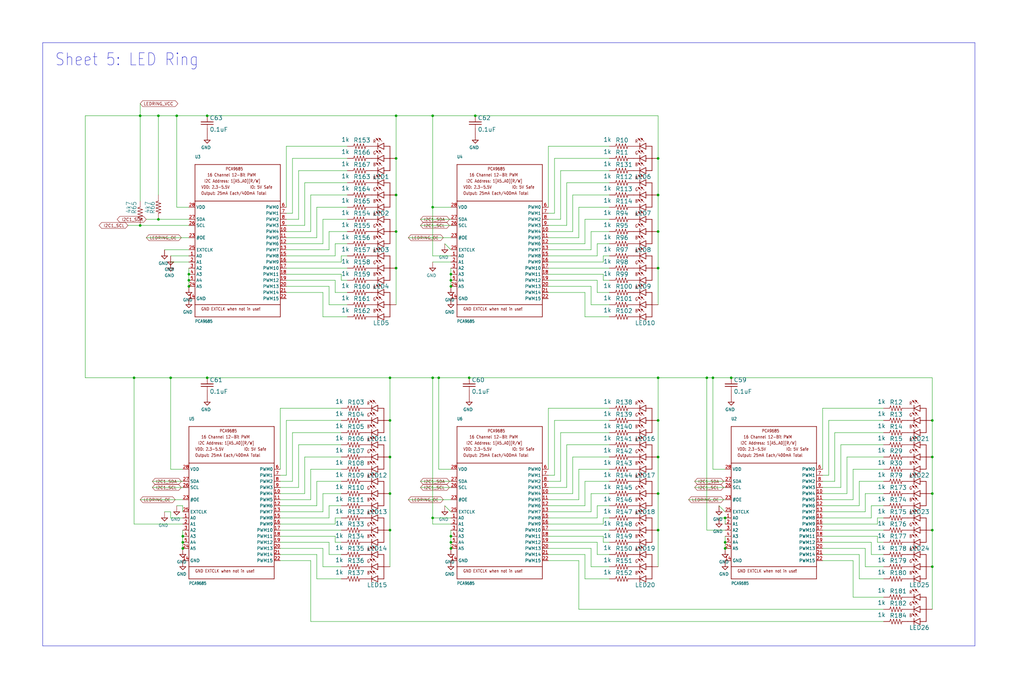
<source format=kicad_sch>
(kicad_sch (version 20231120) (generator "eeschema") (generator_version "8.0")
  (paper "User" 426.872 289.712)
  (lib_symbols
    (symbol "smrf-v1.0.1b-eagle-import:CB"
      (property "Reference" "C" (at 1.016 0.635 0))
      (symbol "CB_1_0"
        (pin passive line (at 0 2.54 270) (length 2.54) (name "1") (number "1"))
        (pin passive line (at 0 -5.08 90) (length 2.54) (name "2") (number "2"))
      )
    )
    (symbol "smrf-v1.0.1b-eagle-import:GND" (power)
      (symbol "GND_1_0"
        (pin power_in line (at 0 2.54 270) (length 2.54) (name "GND") (number "1"))
      )
    )
    (symbol "smrf-v1.0.1b-eagle-import:LED-RGB-CA-HEBEI"
      (property "Reference" "LED" (at -4.572 -8.636 0))
      (symbol "LED-RGB-CA-HEBEI_1_0"
        (text "B" (at -4.572 -3.302 0) (effects (font (size 1.27 1.0795)) (justify left bottom)))
        (text "G" (at -4.572 1.524 0) (effects (font (size 1.27 1.0795)) (justify left bottom)))
        (text "R" (at -4.572 6.35 0) (effects (font (size 1.27 1.0795)) (justify left bottom)))
        (pin passive line (at -5.08 5.08 0) (length 2.54) (name "CR") (number "P$1"))
        (pin passive line (at 5.08 0 180) (length 2.54) (name "A") (number "P$2"))
        (pin passive line (at -5.08 -5.08 0) (length 2.54) (name "CB") (number "P$3"))
        (pin passive line (at -5.08 0 0) (length 2.54) (name "CG") (number "P$4"))
      )
    )
    (symbol "smrf-v1.0.1b-eagle-import:PCA9685"
      (property "Reference" "U" (at -17.78 35.56 0))
      (symbol "PCA9685_1_0"
        (text "16 Channel 12-Bit PWM" (at -12.7 27.94 0) (effects (font (size 1.27 1.0795)) (justify left bottom)))
        (text "GND EXTCLK when not in use!" (at -15.24 -27.94 0) (effects (font (size 1.27 1.0795)) (justify left bottom)))
        (text "I2C Address: 1[A5..A0][R/W]" (at -13.97 25.4 0) (effects (font (size 1.27 1.0795)) (justify left bottom)))
        (text "IO: 5V Safe" (at 5.08 22.86 0) (effects (font (size 1.27 1.0795)) (justify left bottom)))
        (text "Output: 25mA Each/400mA Total" (at -15.24 20.32 0) (effects (font (size 1.27 1.0795)) (justify left bottom)))
        (text "PCA9685" (at -5.08 30.48 0) (effects (font (size 1.27 1.0795)) (justify left bottom)))
        (text "VDD: 2.3-5.5V" (at -15.24 22.86 0) (effects (font (size 1.27 1.0795)) (justify left bottom)))
        (pin bidirectional line (at -20.32 -5.08 0) (length 2.54) (name "A0") (number "1"))
        (pin output line (at 20.32 5.08 180) (length 2.54) (name "PWM4") (number "10"))
        (pin output line (at 20.32 2.54 180) (length 2.54) (name "PWM5") (number "11"))
        (pin output line (at 20.32 0 180) (length 2.54) (name "PWM6") (number "12"))
        (pin output line (at 20.32 -2.54 180) (length 2.54) (name "PWM7") (number "13"))
        (pin power_in line (at -20.32 -22.86 0) (length 2.54) (name "GND") (number "14"))
        (pin output line (at 20.32 -5.08 180) (length 2.54) (name "PWM8") (number "15"))
        (pin output line (at 20.32 -7.62 180) (length 2.54) (name "PWM9") (number "16"))
        (pin output line (at 20.32 -10.16 180) (length 2.54) (name "PWM10") (number "17"))
        (pin output line (at 20.32 -12.7 180) (length 2.54) (name "PWM11") (number "18"))
        (pin output line (at 20.32 -15.24 180) (length 2.54) (name "PWM12") (number "19"))
        (pin bidirectional line (at -20.32 -7.62 0) (length 2.54) (name "A1") (number "2"))
        (pin output line (at 20.32 -17.78 180) (length 2.54) (name "PWM13") (number "20"))
        (pin output line (at 20.32 -20.32 180) (length 2.54) (name "PWM14") (number "21"))
        (pin output line (at 20.32 -22.86 180) (length 2.54) (name "PWM15") (number "22"))
        (pin input line (at -20.32 2.54 0) (length 2.54) (name "#OE") (number "23"))
        (pin bidirectional line (at -20.32 -17.78 0) (length 2.54) (name "A5") (number "24"))
        (pin input line (at -20.32 -2.54 0) (length 2.54) (name "EXTCLK") (number "25"))
        (pin bidirectional line (at -20.32 7.62 0) (length 2.54) (name "SCL") (number "26"))
        (pin bidirectional line (at -20.32 10.16 0) (length 2.54) (name "SDA") (number "27"))
        (pin power_in line (at -20.32 15.24 0) (length 2.54) (name "VDD") (number "28"))
        (pin bidirectional line (at -20.32 -10.16 0) (length 2.54) (name "A2") (number "3"))
        (pin bidirectional line (at -20.32 -12.7 0) (length 2.54) (name "A3") (number "4"))
        (pin bidirectional line (at -20.32 -15.24 0) (length 2.54) (name "A4") (number "5"))
        (pin output line (at 20.32 15.24 180) (length 2.54) (name "PWM0") (number "6"))
        (pin output line (at 20.32 12.7 180) (length 2.54) (name "PWM1") (number "7"))
        (pin output line (at 20.32 10.16 180) (length 2.54) (name "PWM2") (number "8"))
        (pin output line (at 20.32 7.62 180) (length 2.54) (name "PWM3") (number "9"))
      )
    )
    (symbol "smrf-v1.0.1b-eagle-import:RB"
      (property "Reference" "R" (at -2.54 1.4986 0))
      (symbol "RB_1_0"
        (pin passive line (at -5.08 0 0) (length 2.54) (name "1") (number "1"))
        (pin passive line (at 5.08 0 180) (length 2.54) (name "2") (number "2"))
      )
    )
    (symbol "smrf-v1.0.1b-eagle-import:malekko main_RB"
      (property "Reference" "R" (at -2.54 1.4986 0))
      (symbol "malekko main_RB_1_0"
        (pin passive line (at -5.08 0 0) (length 2.54) (name "1") (number "1"))
        (pin passive line (at 5.08 0 180) (length 2.54) (name "2") (number "2"))
      )
    )
  )
  (junction (at 297.18 157.48))
  (junction (at 388.62 205.74))
  (junction (at 86.36 157.48))
  (junction (at 388.62 190.5))
  (junction (at 180.34 48.26))
  (junction (at 76.2 228.6))
  (junction (at 302.26 226.06))
  (junction (at 302.26 215.9))
  (junction (at 86.36 48.26))
  (junction (at 78.74 116.84))
  (junction (at 165.1 96.52))
  (junction (at 73.66 48.26))
  (junction (at 182.88 157.48))
  (junction (at 388.62 236.22))
  (junction (at 294.64 157.48))
  (junction (at 162.56 205.74))
  (junction (at 274.32 205.74))
  (junction (at 165.1 81.28))
  (junction (at 165.1 48.26))
  (junction (at 78.74 114.3))
  (junction (at 162.56 175.26))
  (junction (at 187.96 228.6))
  (junction (at 187.96 116.84))
  (junction (at 76.2 226.06))
  (junction (at 76.2 223.52))
  (junction (at 274.32 81.28))
  (junction (at 162.56 190.5))
  (junction (at 388.62 220.98))
  (junction (at 274.32 66.04))
  (junction (at 274.32 111.76))
  (junction (at 71.12 157.48))
  (junction (at 304.8 157.48))
  (junction (at 187.96 226.06))
  (junction (at 165.1 111.76))
  (junction (at 180.34 215.9))
  (junction (at 180.34 157.48))
  (junction (at 180.34 86.36))
  (junction (at 58.42 93.98))
  (junction (at 58.42 48.26))
  (junction (at 274.32 96.52))
  (junction (at 66.04 48.26))
  (junction (at 195.58 157.48))
  (junction (at 388.62 175.26))
  (junction (at 302.26 228.6))
  (junction (at 66.04 91.44))
  (junction (at 187.96 119.38))
  (junction (at 274.32 175.26))
  (junction (at 55.88 157.48))
  (junction (at 162.56 220.98))
  (junction (at 187.96 114.3))
  (junction (at 274.32 190.5))
  (junction (at 165.1 66.04))
  (junction (at 274.32 157.48))
  (junction (at 274.32 220.98))
  (junction (at 78.74 119.38))
  (junction (at 187.96 223.52))
  (junction (at 162.56 157.48))
  (junction (at 198.12 48.26))
  (wire (pts (xy 274.32 81.28) (xy 274.32 96.52)) (stroke (width 0.1524)))
  (wire (pts (xy 139.7 106.68) (xy 119.38 106.68)) (stroke (width 0.1524)))
  (wire (pts (xy 368.3 220.98) (xy 342.9 220.98)) (stroke (width 0.1524)))
  (wire (pts (xy 142.24 114.3) (xy 119.38 114.3)) (stroke (width 0.1524)))
  (polyline (pts (xy 406.4 269.24) (xy 17.78 269.24)) (stroke (width 0.1524) (type solid)))
  (wire (pts (xy 248.92 101.6) (xy 248.92 106.68)) (stroke (width 0.1524)))
  (wire (pts (xy 144.78 101.6) (xy 139.7 101.6)) (stroke (width 0.1524)))
  (wire (pts (xy 134.62 101.6) (xy 119.38 101.6)) (stroke (width 0.1524)))
  (wire (pts (xy 180.34 106.68) (xy 180.34 86.36)) (stroke (width 0.1524)))
  (wire (pts (xy 345.44 175.26) (xy 345.44 198.12)) (stroke (width 0.1524)))
  (wire (pts (xy 254 175.26) (xy 231.14 175.26)) (stroke (width 0.1524)))
  (wire (pts (xy 137.16 226.06) (xy 116.84 226.06)) (stroke (width 0.1524)))
  (wire (pts (xy 251.46 223.52) (xy 228.6 223.52)) (stroke (width 0.1524)))
  (wire (pts (xy 198.12 48.26) (xy 180.34 48.26)) (stroke (width 0.1524)))
  (wire (pts (xy 243.84 210.82) (xy 228.6 210.82)) (stroke (width 0.1524)))
  (wire (pts (xy 251.46 106.68) (xy 251.46 109.22)) (stroke (width 0.1524)))
  (wire (pts (xy 251.46 226.06) (xy 251.46 223.52)) (stroke (width 0.1524)))
  (wire (pts (xy 139.7 101.6) (xy 139.7 106.68)) (stroke (width 0.1524)))
  (wire (pts (xy 248.92 231.14) (xy 248.92 226.06)) (stroke (width 0.1524)))
  (wire (pts (xy 368.3 226.06) (xy 365.76 226.06)) (stroke (width 0.1524)))
  (wire (pts (xy 353.06 205.74) (xy 342.9 205.74)) (stroke (width 0.1524)))
  (wire (pts (xy 368.3 254) (xy 241.3 254)) (stroke (width 0.1524)))
  (wire (pts (xy 187.96 109.22) (xy 180.34 109.22)) (stroke (width 0.1524)))
  (wire (pts (xy 363.22 215.9) (xy 342.9 215.9)) (stroke (width 0.1524)))
  (wire (pts (xy 241.3 195.58) (xy 241.3 208.28)) (stroke (width 0.1524)))
  (wire (pts (xy 144.78 86.36) (xy 132.08 86.36)) (stroke (width 0.1524)))
  (wire (pts (xy 246.38 127) (xy 246.38 119.38)) (stroke (width 0.1524)))
  (wire (pts (xy 243.84 91.44) (xy 243.84 101.6)) (stroke (width 0.1524)))
  (wire (pts (xy 144.78 81.28) (xy 129.54 81.28)) (stroke (width 0.1524)))
  (wire (pts (xy 388.62 190.5) (xy 388.62 205.74)) (stroke (width 0.1524)))
  (wire (pts (xy 144.78 106.68) (xy 142.24 106.68)) (stroke (width 0.1524)))
  (wire (pts (xy 71.12 215.9) (xy 71.12 213.36)) (stroke (width 0.1524)))
  (wire (pts (xy 58.42 83.82) (xy 58.42 48.26)) (stroke (width 0.1524)))
  (wire (pts (xy 358.14 200.66) (xy 358.14 210.82)) (stroke (width 0.1524)))
  (wire (pts (xy 187.96 215.9) (xy 180.34 215.9)) (stroke (width 0.1524)))
  (wire (pts (xy 78.74 111.76) (xy 78.74 114.3)) (stroke (width 0.1524)))
  (wire (pts (xy 76.2 223.52) (xy 76.2 226.06)) (stroke (width 0.1524)))
  (wire (pts (xy 182.88 157.48) (xy 180.34 157.48)) (stroke (width 0.1524)))
  (wire (pts (xy 142.24 215.9) (xy 139.7 215.9)) (stroke (width 0.1524)))
  (wire (pts (xy 129.54 96.52) (xy 119.38 96.52)) (stroke (width 0.1524)))
  (wire (pts (xy 187.96 86.36) (xy 180.34 86.36)) (stroke (width 0.1524)))
  (wire (pts (xy 137.16 127) (xy 137.16 119.38)) (stroke (width 0.1524)))
  (wire (pts (xy 246.38 119.38) (xy 228.6 119.38)) (stroke (width 0.1524)))
  (wire (pts (xy 274.32 175.26) (xy 274.32 190.5)) (stroke (width 0.1524)))
  (wire (pts (xy 233.68 180.34) (xy 233.68 200.66)) (stroke (width 0.1524)))
  (wire (pts (xy 254 205.74) (xy 246.38 205.74)) (stroke (width 0.1524)))
  (wire (pts (xy 304.8 157.48) (xy 297.18 157.48)) (stroke (width 0.1524)))
  (wire (pts (xy 139.7 121.92) (xy 139.7 116.84)) (stroke (width 0.1524)))
  (wire (pts (xy 368.3 195.58) (xy 355.6 195.58)) (stroke (width 0.1524)))
  (wire (pts (xy 76.2 203.2) (xy 63.5 203.2)) (stroke (width 0.1524)))
  (wire (pts (xy 187.96 114.3) (xy 187.96 116.84)) (stroke (width 0.1524)))
  (wire (pts (xy 274.32 175.26) (xy 274.32 157.48)) (stroke (width 0.1524)))
  (wire (pts (xy 248.92 215.9) (xy 228.6 215.9)) (stroke (width 0.1524)))
  (wire (pts (xy 73.66 210.82) (xy 76.2 210.82)) (stroke (width 0.1524)))
  (wire (pts (xy 134.62 132.08) (xy 134.62 121.92)) (stroke (width 0.1524)))
  (wire (pts (xy 58.42 48.26) (xy 58.42 43.18)) (stroke (width 0.1524)))
  (wire (pts (xy 134.62 91.44) (xy 134.62 101.6)) (stroke (width 0.1524)))
  (wire (pts (xy 139.7 116.84) (xy 119.38 116.84)) (stroke (width 0.1524)))
  (wire (pts (xy 180.34 86.36) (xy 180.34 48.26)) (stroke (width 0.1524)))
  (wire (pts (xy 358.14 210.82) (xy 342.9 210.82)) (stroke (width 0.1524)))
  (wire (pts (xy 162.56 157.48) (xy 86.36 157.48)) (stroke (width 0.1524)))
  (wire (pts (xy 137.16 210.82) (xy 137.16 215.9)) (stroke (width 0.1524)))
  (wire (pts (xy 139.7 218.44) (xy 116.84 218.44)) (stroke (width 0.1524)))
  (wire (pts (xy 144.78 111.76) (xy 119.38 111.76)) (stroke (width 0.1524)))
  (wire (pts (xy 142.24 185.42) (xy 124.46 185.42)) (stroke (width 0.1524)))
  (wire (pts (xy 134.62 121.92) (xy 119.38 121.92)) (stroke (width 0.1524)))
  (wire (pts (xy 238.76 205.74) (xy 228.6 205.74)) (stroke (width 0.1524)))
  (wire (pts (xy 355.6 208.28) (xy 342.9 208.28)) (stroke (width 0.1524)))
  (wire (pts (xy 162.56 175.26) (xy 162.56 190.5)) (stroke (width 0.1524)))
  (wire (pts (xy 144.78 132.08) (xy 134.62 132.08)) (stroke (width 0.1524)))
  (wire (pts (xy 142.24 116.84) (xy 142.24 114.3)) (stroke (width 0.1524)))
  (wire (pts (xy 68.58 104.14) (xy 78.74 104.14)) (stroke (width 0.1524)))
  (wire (pts (xy 134.62 236.22) (xy 134.62 228.6)) (stroke (width 0.1524)))
  (wire (pts (xy 254 236.22) (xy 246.38 236.22)) (stroke (width 0.1524)))
  (wire (pts (xy 238.76 96.52) (xy 228.6 96.52)) (stroke (width 0.1524)))
  (wire (pts (xy 254 76.2) (xy 236.22 76.2)) (stroke (width 0.1524)))
  (wire (pts (xy 368.3 190.5) (xy 353.06 190.5)) (stroke (width 0.1524)))
  (wire (pts (xy 129.54 195.58) (xy 129.54 208.28)) (stroke (width 0.1524)))
  (wire (pts (xy 195.58 157.48) (xy 182.88 157.48)) (stroke (width 0.1524)))
  (wire (pts (xy 165.1 111.76) (xy 165.1 127)) (stroke (width 0.1524)))
  (wire (pts (xy 198.12 48.26) (xy 274.32 48.26)) (stroke (width 0.1524)))
  (wire (pts (xy 350.52 185.42) (xy 350.52 203.2)) (stroke (width 0.1524)))
  (wire (pts (xy 132.08 99.06) (xy 119.38 99.06)) (stroke (width 0.1524)))
  (wire (pts (xy 302.26 200.66) (xy 289.56 200.66)) (stroke (width 0.1524)))
  (wire (pts (xy 274.32 190.5) (xy 274.32 205.74)) (stroke (width 0.1524)))
  (wire (pts (xy 137.16 119.38) (xy 119.38 119.38)) (stroke (width 0.1524)))
  (wire (pts (xy 187.96 226.06) (xy 187.96 228.6)) (stroke (width 0.1524)))
  (wire (pts (xy 121.92 200.66) (xy 116.84 200.66)) (stroke (width 0.1524)))
  (wire (pts (xy 388.62 175.26) (xy 388.62 157.48)) (stroke (width 0.1524)))
  (wire (pts (xy 132.08 231.14) (xy 116.84 231.14)) (stroke (width 0.1524)))
  (wire (pts (xy 55.88 218.44) (xy 55.88 157.48)) (stroke (width 0.1524)))
  (wire (pts (xy 124.46 71.12) (xy 124.46 91.44)) (stroke (width 0.1524)))
  (wire (pts (xy 254 66.04) (xy 231.14 66.04)) (stroke (width 0.1524)))
  (wire (pts (xy 360.68 213.36) (xy 342.9 213.36)) (stroke (width 0.1524)))
  (wire (pts (xy 132.08 241.3) (xy 132.08 231.14)) (stroke (width 0.1524)))
  (wire (pts (xy 254 86.36) (xy 241.3 86.36)) (stroke (width 0.1524)))
  (wire (pts (xy 254 185.42) (xy 236.22 185.42)) (stroke (width 0.1524)))
  (wire (pts (xy 233.68 200.66) (xy 228.6 200.66)) (stroke (width 0.1524)))
  (wire (pts (xy 127 190.5) (xy 127 205.74)) (stroke (width 0.1524)))
  (wire (pts (xy 231.14 66.04) (xy 231.14 88.9)) (stroke (width 0.1524)))
  (wire (pts (xy 71.12 195.58) (xy 71.12 157.48)) (stroke (width 0.1524)))
  (wire (pts (xy 139.7 226.06) (xy 139.7 223.52)) (stroke (width 0.1524)))
  (wire (pts (xy 73.66 48.26) (xy 86.36 48.26)) (stroke (width 0.1524)))
  (wire (pts (xy 274.32 66.04) (xy 274.32 48.26)) (stroke (width 0.1524)))
  (wire (pts (xy 121.92 180.34) (xy 121.92 200.66)) (stroke (width 0.1524)))
  (wire (pts (xy 368.3 215.9) (xy 365.76 215.9)) (stroke (width 0.1524)))
  (wire (pts (xy 254 101.6) (xy 248.92 101.6)) (stroke (width 0.1524)))
  (wire (pts (xy 228.6 170.18) (xy 228.6 195.58)) (stroke (width 0.1524)))
  (wire (pts (xy 162.56 220.98) (xy 162.56 236.22)) (stroke (width 0.1524)))
  (wire (pts (xy 251.46 215.9) (xy 251.46 218.44)) (stroke (width 0.1524)))
  (wire (pts (xy 243.84 200.66) (xy 243.84 210.82)) (stroke (width 0.1524)))
  (wire (pts (xy 251.46 218.44) (xy 228.6 218.44)) (stroke (width 0.1524)))
  (wire (pts (xy 241.3 99.06) (xy 228.6 99.06)) (stroke (width 0.1524)))
  (wire (pts (xy 55.88 157.48) (xy 35.56 157.48)) (stroke (width 0.1524)))
  (wire (pts (xy 302.26 220.98) (xy 294.64 220.98)) (stroke (width 0.1524)))
  (wire (pts (xy 78.74 99.06) (xy 60.96 99.06)) (stroke (width 0.1524)))
  (wire (pts (xy 187.96 93.98) (xy 175.26 93.98)) (stroke (width 0.1524)))
  (wire (pts (xy 246.38 236.22) (xy 246.38 228.6)) (stroke (width 0.1524)))
  (wire (pts (xy 248.92 106.68) (xy 228.6 106.68)) (stroke (width 0.1524)))
  (wire (pts (xy 297.18 157.48) (xy 294.64 157.48)) (stroke (width 0.1524)))
  (wire (pts (xy 355.6 248.92) (xy 355.6 233.68)) (stroke (width 0.1524)))
  (wire (pts (xy 246.38 205.74) (xy 246.38 213.36)) (stroke (width 0.1524)))
  (wire (pts (xy 76.2 226.06) (xy 76.2 228.6)) (stroke (width 0.1524)))
  (wire (pts (xy 254 210.82) (xy 248.92 210.82)) (stroke (width 0.1524)))
  (wire (pts (xy 129.54 208.28) (xy 116.84 208.28)) (stroke (width 0.1524)))
  (wire (pts (xy 254 220.98) (xy 228.6 220.98)) (stroke (width 0.1524)))
  (wire (pts (xy 182.88 195.58) (xy 182.88 157.48)) (stroke (width 0.1524)))
  (wire (pts (xy 142.24 205.74) (xy 134.62 205.74)) (stroke (width 0.1524)))
  (wire (pts (xy 368.3 248.92) (xy 355.6 248.92)) (stroke (width 0.1524)))
  (wire (pts (xy 162.56 175.26) (xy 162.56 157.48)) (stroke (width 0.1524)))
  (wire (pts (xy 388.62 205.74) (xy 388.62 220.98)) (stroke (width 0.1524)))
  (wire (pts (xy 187.96 106.68) (xy 180.34 106.68)) (stroke (width 0.1524)))
  (wire (pts (xy 254 231.14) (xy 248.92 231.14)) (stroke (width 0.1524)))
  (wire (pts (xy 187.96 223.52) (xy 187.96 226.06)) (stroke (width 0.1524)))
  (wire (pts (xy 127 76.2) (xy 127 93.98)) (stroke (width 0.1524)))
  (wire (pts (xy 132.08 210.82) (xy 116.84 210.82)) (stroke (width 0.1524)))
  (wire (pts (xy 368.3 180.34) (xy 347.98 180.34)) (stroke (width 0.1524)))
  (wire (pts (xy 144.78 116.84) (xy 142.24 116.84)) (stroke (width 0.1524)))
  (wire (pts (xy 246.38 104.14) (xy 228.6 104.14)) (stroke (width 0.1524)))
  (wire (pts (xy 388.62 220.98) (xy 388.62 236.22)) (stroke (width 0.1524)))
  (wire (pts (xy 144.78 60.96) (xy 119.38 60.96)) (stroke (width 0.1524)))
  (wire (pts (xy 302.26 223.52) (xy 302.26 226.06)) (stroke (width 0.1524)))
  (wire (pts (xy 165.1 48.26) (xy 165.1 66.04)) (stroke (width 0.1524)))
  (wire (pts (xy 142.24 220.98) (xy 116.84 220.98)) (stroke (width 0.1524)))
  (wire (pts (xy 142.24 236.22) (xy 134.62 236.22)) (stroke (width 0.1524)))
  (wire (pts (xy 66.04 81.28) (xy 66.04 48.26)) (stroke (width 0.1524)))
  (wire (pts (xy 274.32 111.76) (xy 274.32 127)) (stroke (width 0.1524)))
  (wire (pts (xy 121.92 88.9) (xy 119.38 88.9)) (stroke (width 0.1524)))
  (wire (pts (xy 119.38 175.26) (xy 119.38 198.12)) (stroke (width 0.1524)))
  (wire (pts (xy 78.74 109.22) (xy 71.12 109.22)) (stroke (width 0.1524)))
  (wire (pts (xy 254 180.34) (xy 233.68 180.34)) (stroke (width 0.1524)))
  (wire (pts (xy 139.7 223.52) (xy 116.84 223.52)) (stroke (width 0.1524)))
  (wire (pts (xy 231.14 88.9) (xy 228.6 88.9)) (stroke (width 0.1524)))
  (wire (pts (xy 243.84 101.6) (xy 228.6 101.6)) (stroke (width 0.1524)))
  (wire (pts (xy 231.14 198.12) (xy 228.6 198.12)) (stroke (width 0.1524)))
  (wire (pts (xy 142.24 190.5) (xy 127 190.5)) (stroke (width 0.1524)))
  (wire (pts (xy 119.38 198.12) (xy 116.84 198.12)) (stroke (width 0.1524)))
  (wire (pts (xy 248.92 121.92) (xy 248.92 116.84)) (stroke (width 0.1524)))
  (wire (pts (xy 132.08 200.66) (xy 132.08 210.82)) (stroke (width 0.1524)))
  (wire (pts (xy 35.56 48.26) (xy 58.42 48.26)) (stroke (width 0.1524)))
  (wire (pts (xy 302.26 203.2) (xy 289.56 203.2)) (stroke (width 0.1524)))
  (wire (pts (xy 302.26 215.9) (xy 299.72 215.9)) (stroke (width 0.1524)))
  (wire (pts (xy 388.62 254) (xy 388.62 236.22)) (stroke (width 0.1524)))
  (wire (pts (xy 139.7 215.9) (xy 139.7 218.44)) (stroke (width 0.1524)))
  (wire (pts (xy 129.54 233.68) (xy 116.84 233.68)) (stroke (width 0.1524)))
  (wire (pts (xy 180.34 215.9) (xy 180.34 157.48)) (stroke (width 0.1524)))
  (wire (pts (xy 358.14 241.3) (xy 358.14 231.14)) (stroke (width 0.1524)))
  (wire (pts (xy 388.62 157.48) (xy 304.8 157.48)) (stroke (width 0.1524)))
  (wire (pts (xy 58.42 93.98) (xy 53.34 93.98)) (stroke (width 0.1524)))
  (wire (pts (xy 124.46 91.44) (xy 119.38 91.44)) (stroke (width 0.1524)))
  (wire (pts (xy 345.44 198.12) (xy 342.9 198.12)) (stroke (width 0.1524)))
  (wire (pts (xy 144.78 91.44) (xy 134.62 91.44)) (stroke (width 0.1524)))
  (wire (pts (xy 86.36 48.26) (xy 165.1 48.26)) (stroke (width 0.1524)))
  (wire (pts (xy 274.32 205.74) (xy 274.32 220.98)) (stroke (width 0.1524)))
  (wire (pts (xy 127 93.98) (xy 119.38 93.98)) (stroke (width 0.1524)))
  (wire (pts (xy 246.38 96.52) (xy 246.38 104.14)) (stroke (width 0.1524)))
  (wire (pts (xy 58.42 48.26) (xy 66.04 48.26)) (stroke (width 0.1524)))
  (wire (pts (xy 187.96 91.44) (xy 175.26 91.44)) (stroke (width 0.1524)))
  (wire (pts (xy 365.76 218.44) (xy 342.9 218.44)) (stroke (width 0.1524)))
  (wire (pts (xy 358.14 231.14) (xy 342.9 231.14)) (stroke (width 0.1524)))
  (wire (pts (xy 78.74 116.84) (xy 78.74 119.38)) (stroke (width 0.1524)))
  (wire (pts (xy 71.12 157.48) (xy 55.88 157.48)) (stroke (width 0.1524)))
  (wire (pts (xy 248.92 210.82) (xy 248.92 215.9)) (stroke (width 0.1524)))
  (wire (pts (xy 254 127) (xy 246.38 127)) (stroke (width 0.1524)))
  (wire (pts (xy 254 190.5) (xy 238.76 190.5)) (stroke (width 0.1524)))
  (wire (pts (xy 254 81.28) (xy 238.76 81.28)) (stroke (width 0.1524)))
  (wire (pts (xy 236.22 93.98) (xy 228.6 93.98)) (stroke (width 0.1524)))
  (wire (pts (xy 144.78 76.2) (xy 127 76.2)) (stroke (width 0.1524)))
  (wire (pts (xy 368.3 210.82) (xy 363.22 210.82)) (stroke (width 0.1524)))
  (wire (pts (xy 243.84 121.92) (xy 228.6 121.92)) (stroke (width 0.1524)))
  (wire (pts (xy 144.78 71.12) (xy 124.46 71.12)) (stroke (width 0.1524)))
  (wire (pts (xy 187.96 208.28) (xy 170.18 208.28)) (stroke (width 0.1524)))
  (wire (pts (xy 365.76 223.52) (xy 342.9 223.52)) (stroke (width 0.1524)))
  (wire (pts (xy 254 91.44) (xy 243.84 91.44)) (stroke (width 0.1524)))
  (wire (pts (xy 78.74 114.3) (xy 78.74 116.84)) (stroke (width 0.1524)))
  (wire (pts (xy 241.3 208.28) (xy 228.6 208.28)) (stroke (width 0.1524)))
  (wire (pts (xy 127 205.74) (xy 116.84 205.74)) (stroke (width 0.1524)))
  (wire (pts (xy 246.38 228.6) (xy 228.6 228.6)) (stroke (width 0.1524)))
  (wire (pts (xy 73.66 48.26) (xy 73.66 86.36)) (stroke (width 0.1524)))
  (wire (pts (xy 185.42 210.82) (xy 187.96 213.36)) (stroke (width 0.1524)))
  (wire (pts (xy 236.22 185.42) (xy 236.22 203.2)) (stroke (width 0.1524)))
  (wire (pts (xy 254 241.3) (xy 243.84 241.3)) (stroke (width 0.1524)))
  (wire (pts (xy 254 106.68) (xy 251.46 106.68)) (stroke (width 0.1524)))
  (wire (pts (xy 142.24 170.18) (xy 116.84 170.18)) (stroke (width 0.1524)))
  (wire (pts (xy 86.36 157.48) (xy 71.12 157.48)) (stroke (width 0.1524)))
  (wire (pts (xy 142.24 210.82) (xy 137.16 210.82)) (stroke (width 0.1524)))
  (wire (pts (xy 180.34 218.44) (xy 180.34 215.9)) (stroke (width 0.1524)))
  (wire (pts (xy 233.68 71.12) (xy 233.68 91.44)) (stroke (width 0.1524)))
  (wire (pts (xy 368.3 259.08) (xy 129.54 259.08)) (stroke (width 0.1524)))
  (wire (pts (xy 119.38 60.96) (xy 119.38 86.36)) (stroke (width 0.1524)))
  (wire (pts (xy 302.26 215.9) (xy 302.26 218.44)) (stroke (width 0.1524)))
  (wire (pts (xy 180.34 157.48) (xy 162.56 157.48)) (stroke (width 0.1524)))
  (wire (pts (xy 144.78 121.92) (xy 139.7 121.92)) (stroke (width 0.1524)))
  (wire (pts (xy 302.26 195.58) (xy 297.18 195.58)) (stroke (width 0.1524)))
  (wire (pts (xy 144.78 66.04) (xy 121.92 66.04)) (stroke (width 0.1524)))
  (wire (pts (xy 124.46 185.42) (xy 124.46 203.2)) (stroke (width 0.1524)))
  (wire (pts (xy 142.24 231.14) (xy 137.16 231.14)) (stroke (width 0.1524)))
  (wire (pts (xy 142.24 180.34) (xy 121.92 180.34)) (stroke (width 0.1524)))
  (wire (pts (xy 254 200.66) (xy 243.84 200.66)) (stroke (width 0.1524)))
  (polyline (pts (xy 17.78 17.78) (xy 406.4 17.78)) (stroke (width 0.1524) (type solid)))
  (wire (pts (xy 368.3 200.66) (xy 358.14 200.66)) (stroke (width 0.1524)))
  (wire (pts (xy 355.6 195.58) (xy 355.6 208.28)) (stroke (width 0.1524)))
  (wire (pts (xy 254 96.52) (xy 246.38 96.52)) (stroke (width 0.1524)))
  (wire (pts (xy 124.46 203.2) (xy 116.84 203.2)) (stroke (width 0.1524)))
  (wire (pts (xy 248.92 226.06) (xy 228.6 226.06)) (stroke (width 0.1524)))
  (wire (pts (xy 137.16 231.14) (xy 137.16 226.06)) (stroke (width 0.1524)))
  (wire (pts (xy 134.62 228.6) (xy 116.84 228.6)) (stroke (width 0.1524)))
  (wire (pts (xy 342.9 170.18) (xy 342.9 195.58)) (stroke (width 0.1524)))
  (wire (pts (xy 134.62 213.36) (xy 116.84 213.36)) (stroke (width 0.1524)))
  (wire (pts (xy 254 170.18) (xy 228.6 170.18)) (stroke (width 0.1524)))
  (wire (pts (xy 144.78 96.52) (xy 137.16 96.52)) (stroke (width 0.1524)))
  (wire (pts (xy 129.54 81.28) (xy 129.54 96.52)) (stroke (width 0.1524)))
  (wire (pts (xy 76.2 220.98) (xy 76.2 223.52)) (stroke (width 0.1524)))
  (wire (pts (xy 236.22 203.2) (xy 228.6 203.2)) (stroke (width 0.1524)))
  (wire (pts (xy 142.24 241.3) (xy 132.08 241.3)) (stroke (width 0.1524)))
  (wire (pts (xy 121.92 66.04) (xy 121.92 88.9)) (stroke (width 0.1524)))
  (wire (pts (xy 274.32 157.48) (xy 195.58 157.48)) (stroke (width 0.1524)))
  (wire (pts (xy 132.08 86.36) (xy 132.08 99.06)) (stroke (width 0.1524)))
  (wire (pts (xy 66.04 48.26) (xy 73.66 48.26)) (stroke (width 0.1524)))
  (wire (pts (xy 78.74 106.68) (xy 71.12 106.68)) (stroke (width 0.1524)))
  (wire (pts (xy 187.96 99.06) (xy 170.18 99.06)) (stroke (width 0.1524)))
  (wire (pts (xy 236.22 76.2) (xy 236.22 93.98)) (stroke (width 0.1524)))
  (wire (pts (xy 76.2 195.58) (xy 71.12 195.58)) (stroke (width 0.1524)))
  (wire (pts (xy 187.96 195.58) (xy 182.88 195.58)) (stroke (width 0.1524)))
  (wire (pts (xy 254 71.12) (xy 233.68 71.12)) (stroke (width 0.1524)))
  (wire (pts (xy 76.2 218.44) (xy 55.88 218.44)) (stroke (width 0.1524)))
  (wire (pts (xy 187.96 111.76) (xy 187.96 114.3)) (stroke (width 0.1524)))
  (wire (pts (xy 78.74 91.44) (xy 66.04 91.44)) (stroke (width 0.1524)))
  (wire (pts (xy 187.96 218.44) (xy 180.34 218.44)) (stroke (width 0.1524)))
  (wire (pts (xy 368.3 205.74) (xy 360.68 205.74)) (stroke (width 0.1524)))
  (wire (pts (xy 66.04 91.44) (xy 60.96 91.44)) (stroke (width 0.1524)))
  (wire (pts (xy 254 195.58) (xy 241.3 195.58)) (stroke (width 0.1524)))
  (wire (pts (xy 347.98 180.34) (xy 347.98 200.66)) (stroke (width 0.1524)))
  (wire (pts (xy 144.78 127) (xy 137.16 127)) (stroke (width 0.1524)))
  (wire (pts (xy 294.64 220.98) (xy 294.64 157.48)) (stroke (width 0.1524)))
  (wire (pts (xy 353.06 190.5) (xy 353.06 205.74)) (stroke (width 0.1524)))
  (wire (pts (xy 76.2 215.9) (xy 71.12 215.9)) (stroke (width 0.1524)))
  (wire (pts (xy 134.62 205.74) (xy 134.62 213.36)) (stroke (width 0.1524)))
  (wire (pts (xy 142.24 175.26) (xy 119.38 175.26)) (stroke (width 0.1524)))
  (wire (pts (xy 142.24 109.22) (xy 119.38 109.22)) (stroke (width 0.1524)))
  (wire (pts (xy 350.52 203.2) (xy 342.9 203.2)) (stroke (width 0.1524)))
  (wire (pts (xy 248.92 116.84) (xy 228.6 116.84)) (stroke (width 0.1524)))
  (wire (pts (xy 360.68 236.22) (xy 360.68 228.6)) (stroke (width 0.1524)))
  (wire (pts (xy 238.76 190.5) (xy 238.76 205.74)) (stroke (width 0.1524)))
  (wire (pts (xy 137.16 104.14) (xy 119.38 104.14)) (stroke (width 0.1524)))
  (wire (pts (xy 363.22 226.06) (xy 342.9 226.06)) (stroke (width 0.1524)))
  (wire (pts (xy 162.56 190.5) (xy 162.56 205.74)) (stroke (width 0.1524)))
  (wire (pts (xy 71.12 213.36) (xy 68.58 213.36)) (stroke (width 0.1524)))
  (wire (pts (xy 363.22 210.82) (xy 363.22 215.9)) (stroke (width 0.1524)))
  (wire (pts (xy 187.96 200.66) (xy 175.26 200.66)) (stroke (width 0.1524)))
  (wire (pts (xy 368.3 170.18) (xy 342.9 170.18)) (stroke (width 0.1524)))
  (wire (pts (xy 368.3 175.26) (xy 345.44 175.26)) (stroke (width 0.1524)))
  (wire (pts (xy 368.3 231.14) (xy 363.22 231.14)) (stroke (width 0.1524)))
  (wire (pts (xy 233.68 91.44) (xy 228.6 91.44)) (stroke (width 0.1524)))
  (wire (pts (xy 78.74 93.98) (xy 58.42 93.98)) (stroke (width 0.1524)))
  (wire (pts (xy 302.26 208.28) (xy 287.02 208.28)) (stroke (width 0.1524)))
  (wire (pts (xy 241.3 233.68) (xy 228.6 233.68)) (stroke (width 0.1524)))
  (wire (pts (xy 251.46 116.84) (xy 251.46 114.3)) (stroke (width 0.1524)))
  (wire (pts (xy 360.68 205.74) (xy 360.68 213.36)) (stroke (width 0.1524)))
  (wire (pts (xy 137.16 96.52) (xy 137.16 104.14)) (stroke (width 0.1524)))
  (wire (pts (xy 274.32 66.04) (xy 274.32 81.28)) (stroke (width 0.1524)))
  (wire (pts (xy 187.96 220.98) (xy 187.96 223.52)) (stroke (width 0.1524)))
  (wire (pts (xy 142.24 195.58) (xy 129.54 195.58)) (stroke (width 0.1524)))
  (wire (pts (xy 76.2 210.82) (xy 76.2 213.36)) (stroke (width 0.1524)))
  (wire (pts (xy 368.3 185.42) (xy 350.52 185.42)) (stroke (width 0.1524)))
  (wire (pts (xy 78.74 86.36) (xy 73.66 86.36)) (stroke (width 0.1524)))
  (wire (pts (xy 363.22 231.14) (xy 363.22 226.06)) (stroke (width 0.1524)))
  (wire (pts (xy 243.84 241.3) (xy 243.84 231.14)) (stroke (width 0.1524)))
  (wire (pts (xy 185.42 101.6) (xy 187.96 104.14)) (stroke (width 0.1524)))
  (polyline (pts (xy 406.4 17.78) (xy 406.4 269.24)) (stroke (width 0.1524) (type solid)))
  (wire (pts (xy 302.26 226.06) (xy 302.26 228.6)) (stroke (width 0.1524)))
  (wire (pts (xy 228.6 60.96) (xy 228.6 86.36)) (stroke (width 0.1524)))
  (wire (pts (xy 243.84 231.14) (xy 228.6 231.14)) (stroke (width 0.1524)))
  (wire (pts (xy 365.76 215.9) (xy 365.76 218.44)) (stroke (width 0.1524)))
  (wire (pts (xy 76.2 208.28) (xy 58.42 208.28)) (stroke (width 0.1524)))
  (wire (pts (xy 243.84 132.08) (xy 243.84 121.92)) (stroke (width 0.1524)))
  (wire (pts (xy 254 132.08) (xy 243.84 132.08)) (stroke (width 0.1524)))
  (wire (pts (xy 368.3 236.22) (xy 360.68 236.22)) (stroke (width 0.1524)))
  (wire (pts (xy 165.1 48.26) (xy 180.34 48.26)) (stroke (width 0.1524)))
  (wire (pts (xy 142.24 226.06) (xy 139.7 226.06)) (stroke (width 0.1524)))
  (wire (pts (xy 165.1 66.04) (xy 165.1 81.28)) (stroke (width 0.1524)))
  (wire (pts (xy 254 116.84) (xy 251.46 116.84)) (stroke (width 0.1524)))
  (wire (pts (xy 274.32 96.52) (xy 274.32 111.76)) (stroke (width 0.1524)))
  (wire (pts (xy 254 215.9) (xy 251.46 215.9)) (stroke (width 0.1524)))
  (wire (pts (xy 254 111.76) (xy 228.6 111.76)) (stroke (width 0.1524)))
  (wire (pts (xy 274.32 220.98) (xy 274.32 236.22)) (stroke (width 0.1524)))
  (wire (pts (xy 294.64 157.48) (xy 274.32 157.48)) (stroke (width 0.1524)))
  (wire (pts (xy 365.76 226.06) (xy 365.76 223.52)) (stroke (width 0.1524)))
  (wire (pts (xy 129.54 259.08) (xy 129.54 233.68)) (stroke (width 0.1524)))
  (wire (pts (xy 142.24 106.68) (xy 142.24 109.22)) (stroke (width 0.1524)))
  (wire (pts (xy 299.72 210.82) (xy 302.26 213.36)) (stroke (width 0.1524)))
  (wire (pts (xy 241.3 254) (xy 241.3 233.68)) (stroke (width 0.1524)))
  (wire (pts (xy 76.2 200.66) (xy 63.5 200.66)) (stroke (width 0.1524)))
  (wire (pts (xy 254 121.92) (xy 248.92 121.92)) (stroke (width 0.1524)))
  (wire (pts (xy 35.56 157.48) (xy 35.56 48.26)) (stroke (width 0.1524)))
  (wire (pts (xy 251.46 109.22) (xy 228.6 109.22)) (stroke (width 0.1524)))
  (wire (pts (xy 187.96 116.84) (xy 187.96 119.38)) (stroke (width 0.1524)))
  (wire (pts (xy 254 60.96) (xy 228.6 60.96)) (stroke (width 0.1524)))
  (wire (pts (xy 162.56 205.74) (xy 162.56 220.98)) (stroke (width 0.1524)))
  (wire (pts (xy 187.96 203.2) (xy 175.26 203.2)) (stroke (width 0.1524)))
  (wire (pts (xy 165.1 96.52) (xy 165.1 111.76)) (stroke (width 0.1524)))
  (wire (pts (xy 297.18 195.58) (xy 297.18 157.48)) (stroke (width 0.1524)))
  (wire (pts (xy 368.3 241.3) (xy 358.14 241.3)) (stroke (width 0.1524)))
  (wire (pts (xy 347.98 200.66) (xy 342.9 200.66)) (stroke (width 0.1524)))
  (wire (pts (xy 241.3 86.36) (xy 241.3 99.06)) (stroke (width 0.1524)))
  (wire (pts (xy 251.46 114.3) (xy 228.6 114.3)) (stroke (width 0.1524)))
  (wire (pts (xy 254 226.06) (xy 251.46 226.06)) (stroke (width 0.1524)))
  (wire (pts (xy 137.16 215.9) (xy 116.84 215.9)) (stroke (width 0.1524)))
  (wire (pts (xy 231.14 175.26) (xy 231.14 198.12)) (stroke (width 0.1524)))
  (wire (pts (xy 355.6 233.68) (xy 342.9 233.68)) (stroke (width 0.1524)))
  (wire (pts (xy 142.24 200.66) (xy 132.08 200.66)) (stroke (width 0.1524)))
  (polyline (pts (xy 17.78 269.24) (xy 17.78 17.78)) (stroke (width 0.1524) (type solid)))
  (wire (pts (xy 165.1 81.28) (xy 165.1 96.52)) (stroke (width 0.1524)))
  (wire (pts (xy 388.62 175.26) (xy 388.62 190.5)) (stroke (width 0.1524)))
  (wire (pts (xy 246.38 213.36) (xy 228.6 213.36)) (stroke (width 0.1524)))
  (wire (pts (xy 360.68 228.6) (xy 342.9 228.6)) (stroke (width 0.1524)))
  (wire (pts (xy 116.84 170.18) (xy 116.84 195.58)) (stroke (width 0.1524)))
  (wire (pts (xy 238.76 81.28) (xy 238.76 96.52)) (stroke (width 0.1524)))
  (text "Sheet 5: LED Ring" (at 22.86 27.94 0) (effects (font (size 5.08 4.318)) (justify left bottom)))
  (global_label "LEDRING_OE" (shape bidirectional) (at 58.42 208.28 0) (effects (font (size 1.2446 1.2446))) (property "Intersheetrefs" "${INTERSHEET_REFS}" (effects (hide yes))))
  (global_label "I2C1_SDA" (shape bidirectional) (at 60.96 91.44 180) (effects (font (size 1.2446 1.2446))) (property "Intersheetrefs" "${INTERSHEET_REFS}" (effects (hide yes))))
  (global_label "I2C1_SDA" (shape bidirectional) (at 175.26 200.66 0) (effects (font (size 1.2446 1.2446))) (property "Intersheetrefs" "${INTERSHEET_REFS}" (effects (hide yes))))
  (global_label "LEDRING_OE" (shape bidirectional) (at 60.96 99.06 0) (effects (font (size 1.2446 1.2446))) (property "Intersheetrefs" "${INTERSHEET_REFS}" (effects (hide yes))))
  (global_label "I2C1_SCL" (shape bidirectional) (at 175.26 203.2 0) (effects (font (size 1.2446 1.2446))) (property "Intersheetrefs" "${INTERSHEET_REFS}" (effects (hide yes))))
  (global_label "LEDRING_VCC" (shape bidirectional) (at 58.42 43.18 0) (effects (font (size 1.2446 1.2446))) (property "Intersheetrefs" "${INTERSHEET_REFS}" (effects (hide yes))))
  (global_label "LEDRING_OE" (shape bidirectional) (at 170.18 208.28 0) (effects (font (size 1.2446 1.2446))) (property "Intersheetrefs" "${INTERSHEET_REFS}" (effects (hide yes))))
  (global_label "I2C1_SCL" (shape bidirectional) (at 63.5 203.2 0) (effects (font (size 1.2446 1.2446))) (property "Intersheetrefs" "${INTERSHEET_REFS}" (effects (hide yes))))
  (global_label "I2C1_SCL" (shape bidirectional) (at 289.56 203.2 0) (effects (font (size 1.2446 1.2446))) (property "Intersheetrefs" "${INTERSHEET_REFS}" (effects (hide yes))))
  (global_label "LEDRING_OE" (shape bidirectional) (at 170.18 99.06 0) (effects (font (size 1.2446 1.2446))) (property "Intersheetrefs" "${INTERSHEET_REFS}" (effects (hide yes))))
  (global_label "I2C1_SCL" (shape bidirectional) (at 53.34 93.98 180) (effects (font (size 1.2446 1.2446))) (property "Intersheetrefs" "${INTERSHEET_REFS}" (effects (hide yes))))
  (global_label "I2C1_SDA" (shape bidirectional) (at 175.26 91.44 0) (effects (font (size 1.2446 1.2446))) (property "Intersheetrefs" "${INTERSHEET_REFS}" (effects (hide yes))))
  (global_label "LEDRING_OE" (shape bidirectional) (at 287.02 208.28 0) (effects (font (size 1.2446 1.2446))) (property "Intersheetrefs" "${INTERSHEET_REFS}" (effects (hide yes))))
  (global_label "I2C1_SDA" (shape bidirectional) (at 63.5 200.66 0) (effects (font (size 1.2446 1.2446))) (property "Intersheetrefs" "${INTERSHEET_REFS}" (effects (hide yes))))
  (global_label "I2C1_SDA" (shape bidirectional) (at 289.56 200.66 0) (effects (font (size 1.2446 1.2446))) (property "Intersheetrefs" "${INTERSHEET_REFS}" (effects (hide yes))))
  (global_label "I2C1_SCL" (shape bidirectional) (at 175.26 93.98 0) (effects (font (size 1.2446 1.2446))) (property "Intersheetrefs" "${INTERSHEET_REFS}" (effects (hide yes))))
  (symbol (lib_id "smrf-v1.0.1b-eagle-import:RB") (at 149.86 121.92 0) (unit 1)
    (property "Reference" "R160" (at 147.32 120.4214 0) (effects (font (size 1.778 1.778)) (justify left bottom)))
    (property "Value" "1k" (at 142.24 120.142 0) (effects (font (size 1.778 1.778)) (justify left bottom)))
    (property "Footprint" "smrf-v1.0.1b:R0603" (effects (hide yes)))
  )
  (symbol (lib_id "smrf-v1.0.1b-eagle-import:GND") (at 304.8 167.64 0) (unit 1)
    (property "Reference" "#GND10" (effects (hide yes)))
    (property "Value" "GND" (at 302.26 171.45 0) (effects (justify left bottom)))
  )
  (symbol (lib_id "smrf-v1.0.1b-eagle-import:GND") (at 78.74 121.92 0) (unit 1)
    (property "Reference" "#GND116" (effects (hide yes)))
    (property "Value" "GND" (at 76.2 125.73 0) (effects (justify left bottom)))
  )
  (symbol (lib_id "smrf-v1.0.1b-eagle-import:RB") (at 259.08 241.3 0) (unit 1)
    (property "Reference" "R152" (at 256.54 239.8014 0) (effects (font (size 1.778 1.778)) (justify left bottom)))
    (property "Value" "1k" (at 251.46 239.522 0) (effects (font (size 1.778 1.778)) (justify left bottom)))
    (property "Footprint" "smrf-v1.0.1b:R0603" (effects (hide yes)))
  )
  (symbol (lib_id "smrf-v1.0.1b-eagle-import:GND") (at 185.42 213.36 0) (unit 1)
    (property "Reference" "#GND124" (effects (hide yes)))
    (property "Value" "GND" (at 182.88 217.17 0) (effects (justify left bottom)))
  )
  (symbol (lib_id "smrf-v1.0.1b-eagle-import:RB") (at 259.08 180.34 0) (unit 1)
    (property "Reference" "R140" (at 256.54 178.8414 0) (effects (font (size 1.778 1.778)) (justify left bottom)))
    (property "Value" "1k" (at 251.46 178.562 0) (effects (font (size 1.778 1.778)) (justify left bottom)))
    (property "Footprint" "smrf-v1.0.1b:R0603" (effects (hide yes)))
  )
  (symbol (lib_id "smrf-v1.0.1b-eagle-import:LED-RGB-CA-HEBEI") (at 383.54 190.5 0) (unit 1)
    (property "Reference" "LED22" (at 378.968 199.136 0) (effects (font (size 1.778 1.778)) (justify left bottom)))
    (property "Value" "LED-RGB-CA-HEBEI" (effects (hide yes)))
    (property "Footprint" "smrf-v1.0.1b:PLCC4" (effects (hide yes)))
  )
  (symbol (lib_id "smrf-v1.0.1b-eagle-import:LED-RGB-CA-HEBEI") (at 157.48 190.5 0) (unit 1)
    (property "Reference" "LED12" (at 152.908 199.136 0) (effects (font (size 1.778 1.778)) (justify left bottom)))
    (property "Value" "LED-RGB-CA-HEBEI" (effects (hide yes)))
    (property "Footprint" "smrf-v1.0.1b:PLCC4" (effects (hide yes)))
  )
  (symbol (lib_id "smrf-v1.0.1b-eagle-import:LED-RGB-CA-HEBEI") (at 157.48 205.74 0) (unit 1)
    (property "Reference" "LED13" (at 152.908 214.376 0) (effects (font (size 1.778 1.778)) (justify left bottom)))
    (property "Value" "LED-RGB-CA-HEBEI" (effects (hide yes)))
    (property "Footprint" "smrf-v1.0.1b:PLCC4" (effects (hide yes)))
  )
  (symbol (lib_id "smrf-v1.0.1b-eagle-import:LED-RGB-CA-HEBEI") (at 157.48 175.26 0) (unit 1)
    (property "Reference" "LED11" (at 152.908 183.896 0) (effects (font (size 1.778 1.778)) (justify left bottom)))
    (property "Value" "LED-RGB-CA-HEBEI" (effects (hide yes)))
    (property "Footprint" "smrf-v1.0.1b:PLCC4" (effects (hide yes)))
  )
  (symbol (lib_id "smrf-v1.0.1b-eagle-import:RB") (at 259.08 86.36 0) (unit 1)
    (property "Reference" "R114" (at 256.54 84.8614 0) (effects (font (size 1.778 1.778)) (justify left bottom)))
    (property "Value" "1k" (at 251.46 84.582 0) (effects (font (size 1.778 1.778)) (justify left bottom)))
    (property "Footprint" "smrf-v1.0.1b:R0603" (effects (hide yes)))
  )
  (symbol (lib_id "smrf-v1.0.1b-eagle-import:CB") (at 86.36 50.8 0) (unit 1)
    (property "Reference" "C63" (at 87.376 50.165 0) (effects (font (size 1.778 1.778)) (justify left bottom)))
    (property "Value" "0.1uF" (at 87.376 54.991 0) (effects (font (size 1.778 1.778)) (justify left bottom)))
    (property "Footprint" "smrf-v1.0.1b:C0603" (effects (hide yes)))
  )
  (symbol (lib_id "smrf-v1.0.1b-eagle-import:LED-RGB-CA-HEBEI") (at 157.48 220.98 0) (unit 1)
    (property "Reference" "LED14" (at 152.908 229.616 0) (effects (font (size 1.778 1.778)) (justify left bottom)))
    (property "Value" "LED-RGB-CA-HEBEI" (effects (hide yes)))
    (property "Footprint" "smrf-v1.0.1b:PLCC4" (effects (hide yes)))
  )
  (symbol (lib_id "smrf-v1.0.1b-eagle-import:RB") (at 373.38 210.82 0) (unit 1)
    (property "Reference" "R174" (at 370.84 209.3214 0) (effects (font (size 1.778 1.778)) (justify left bottom)))
    (property "Value" "1k" (at 365.76 209.042 0) (effects (font (size 1.778 1.778)) (justify left bottom)))
    (property "Footprint" "smrf-v1.0.1b:R0603" (effects (hide yes)))
  )
  (symbol (lib_id "smrf-v1.0.1b-eagle-import:GND") (at 299.72 218.44 0) (unit 1)
    (property "Reference" "#GND185" (effects (hide yes)))
    (property "Value" "GND" (at 297.18 222.25 0) (effects (justify left bottom)))
  )
  (symbol (lib_id "smrf-v1.0.1b-eagle-import:RB") (at 373.38 226.06 0) (unit 1)
    (property "Reference" "R177" (at 370.84 224.5614 0) (effects (font (size 1.778 1.778)) (justify left bottom)))
    (property "Value" "1k" (at 365.76 224.282 0) (effects (font (size 1.778 1.778)) (justify left bottom)))
    (property "Footprint" "smrf-v1.0.1b:R0603" (effects (hide yes)))
  )
  (symbol (lib_id "smrf-v1.0.1b-eagle-import:RB") (at 259.08 231.14 0) (unit 1)
    (property "Reference" "R150" (at 256.54 229.6414 0) (effects (font (size 1.778 1.778)) (justify left bottom)))
    (property "Value" "1k" (at 251.46 229.362 0) (effects (font (size 1.778 1.778)) (justify left bottom)))
    (property "Footprint" "smrf-v1.0.1b:R0603" (effects (hide yes)))
  )
  (symbol (lib_id "smrf-v1.0.1b-eagle-import:GND") (at 76.2 231.14 0) (unit 1)
    (property "Reference" "#GND122" (effects (hide yes)))
    (property "Value" "GND" (at 73.66 234.95 0) (effects (justify left bottom)))
  )
  (symbol (lib_id "smrf-v1.0.1b-eagle-import:GND") (at 71.12 109.22 0) (unit 1)
    (property "Reference" "#GND131" (effects (hide yes)))
    (property "Value" "GND" (at 68.58 113.03 0) (effects (justify left bottom)))
  )
  (symbol (lib_id "smrf-v1.0.1b-eagle-import:RB") (at 149.86 60.96 0) (unit 1)
    (property "Reference" "R153" (at 147.32 59.4614 0) (effects (font (size 1.778 1.778)) (justify left bottom)))
    (property "Value" "1k" (at 142.24 59.182 0) (effects (font (size 1.778 1.778)) (justify left bottom)))
    (property "Footprint" "smrf-v1.0.1b:R0603" (effects (hide yes)))
  )
  (symbol (lib_id "smrf-v1.0.1b-eagle-import:RB") (at 259.08 236.22 0) (unit 1)
    (property "Reference" "R151" (at 256.54 234.7214 0) (effects (font (size 1.778 1.778)) (justify left bottom)))
    (property "Value" "1k" (at 251.46 234.442 0) (effects (font (size 1.778 1.778)) (justify left bottom)))
    (property "Footprint" "smrf-v1.0.1b:R0603" (effects (hide yes)))
  )
  (symbol (lib_id "smrf-v1.0.1b-eagle-import:RB") (at 373.38 200.66 0) (unit 1)
    (property "Reference" "R79" (at 370.84 199.1614 0) (effects (font (size 1.778 1.778)) (justify left bottom)))
    (property "Value" "1k" (at 365.76 198.882 0) (effects (font (size 1.778 1.778)) (justify left bottom)))
    (property "Footprint" "smrf-v1.0.1b:R0603" (effects (hide yes)))
  )
  (symbol (lib_id "smrf-v1.0.1b-eagle-import:RB") (at 373.38 259.08 0) (unit 1)
    (property "Reference" "R184" (at 370.84 257.5814 0) (effects (font (size 1.778 1.778)) (justify left bottom)))
    (property "Value" "1k" (at 365.76 257.302 0) (effects (font (size 1.778 1.778)) (justify left bottom)))
    (property "Footprint" "smrf-v1.0.1b:R0603" (effects (hide yes)))
  )
  (symbol (lib_id "smrf-v1.0.1b-eagle-import:GND") (at 299.72 213.36 0) (unit 1)
    (property "Reference" "#GND181" (effects (hide yes)))
    (property "Value" "GND" (at 297.18 217.17 0) (effects (justify left bottom)))
  )
  (symbol (lib_id "smrf-v1.0.1b-eagle-import:RB") (at 259.08 81.28 0) (unit 1)
    (property "Reference" "R113" (at 256.54 79.7814 0) (effects (font (size 1.778 1.778)) (justify left bottom)))
    (property "Value" "1k" (at 251.46 79.502 0) (effects (font (size 1.778 1.778)) (justify left bottom)))
    (property "Footprint" "smrf-v1.0.1b:R0603" (effects (hide yes)))
  )
  (symbol (lib_id "smrf-v1.0.1b-eagle-import:RB") (at 147.32 195.58 0) (unit 1)
    (property "Reference" "R108" (at 144.78 194.0814 0) (effects (font (size 1.778 1.778)) (justify left bottom)))
    (property "Value" "1k" (at 139.7 193.802 0) (effects (font (size 1.778 1.778)) (justify left bottom)))
    (property "Footprint" "smrf-v1.0.1b:R0603" (effects (hide yes)))
  )
  (symbol (lib_id "smrf-v1.0.1b-eagle-import:GND") (at 78.74 127 0) (unit 1)
    (property "Reference" "#GND114" (effects (hide yes)))
    (property "Value" "GND" (at 76.2 130.81 0) (effects (justify left bottom)))
  )
  (symbol (lib_id "smrf-v1.0.1b-eagle-import:RB") (at 149.86 111.76 0) (unit 1)
    (property "Reference" "R158" (at 147.32 110.2614 0) (effects (font (size 1.778 1.778)) (justify left bottom)))
    (property "Value" "1k" (at 142.24 109.982 0) (effects (font (size 1.778 1.778)) (justify left bottom)))
    (property "Footprint" "smrf-v1.0.1b:R0603" (effects (hide yes)))
  )
  (symbol (lib_id "smrf-v1.0.1b-eagle-import:RB") (at 259.08 116.84 0) (unit 1)
    (property "Reference" "R99" (at 256.54 115.3414 0) (effects (font (size 1.778 1.778)) (justify left bottom)))
    (property "Value" "1k" (at 251.46 115.062 0) (effects (font (size 1.778 1.778)) (justify left bottom)))
    (property "Footprint" "smrf-v1.0.1b:R0603" (effects (hide yes)))
  )
  (symbol (lib_id "smrf-v1.0.1b-eagle-import:RB") (at 149.86 132.08 0) (unit 1)
    (property "Reference" "R162" (at 147.32 130.5814 0) (effects (font (size 1.778 1.778)) (justify left bottom)))
    (property "Value" "1k" (at 142.24 130.302 0) (effects (font (size 1.778 1.778)) (justify left bottom)))
    (property "Footprint" "smrf-v1.0.1b:R0603" (effects (hide yes)))
  )
  (symbol (lib_id "smrf-v1.0.1b-eagle-import:LED-RGB-CA-HEBEI") (at 269.24 236.22 0) (unit 1)
    (property "Reference" "LED20" (at 264.668 244.856 0) (effects (font (size 1.778 1.778)) (justify left bottom)))
    (property "Value" "LED-RGB-CA-HEBEI" (effects (hide yes)))
    (property "Footprint" "smrf-v1.0.1b:PLCC4" (effects (hide yes)))
  )
  (symbol (lib_id "smrf-v1.0.1b-eagle-import:GND") (at 86.36 58.42 0) (unit 1)
    (property "Reference" "#GND3" (effects (hide yes)))
    (property "Value" "GND" (at 83.82 62.23 0) (effects (justify left bottom)))
  )
  (symbol (lib_id "smrf-v1.0.1b-eagle-import:RB") (at 259.08 226.06 0) (unit 1)
    (property "Reference" "R149" (at 256.54 224.5614 0) (effects (font (size 1.778 1.778)) (justify left bottom)))
    (property "Value" "1k" (at 251.46 224.282 0) (effects (font (size 1.778 1.778)) (justify left bottom)))
    (property "Footprint" "smrf-v1.0.1b:R0603" (effects (hide yes)))
  )
  (symbol (lib_id "smrf-v1.0.1b-eagle-import:RB") (at 259.08 106.68 0) (unit 1)
    (property "Reference" "R97" (at 256.54 105.1814 0) (effects (font (size 1.778 1.778)) (justify left bottom)))
    (property "Value" "1k" (at 251.46 104.902 0) (effects (font (size 1.778 1.778)) (justify left bottom)))
    (property "Footprint" "smrf-v1.0.1b:R0603" (effects (hide yes)))
  )
  (symbol (lib_id "smrf-v1.0.1b-eagle-import:LED-RGB-CA-HEBEI") (at 157.48 236.22 0) (unit 1)
    (property "Reference" "LED15" (at 152.908 244.856 0) (effects (font (size 1.778 1.778)) (justify left bottom)))
    (property "Value" "LED-RGB-CA-HEBEI" (effects (hide yes)))
    (property "Footprint" "smrf-v1.0.1b:PLCC4" (effects (hide yes)))
  )
  (symbol (lib_id "smrf-v1.0.1b-eagle-import:LED-RGB-CA-HEBEI") (at 160.02 66.04 0) (unit 1)
    (property "Reference" "LED1" (at 155.448 74.676 0) (effects (font (size 1.778 1.778)) (justify left bottom)))
    (property "Value" "LED-RGB-CA-HEBEI" (effects (hide yes)))
    (property "Footprint" "smrf-v1.0.1b:PLCC4" (effects (hide yes)))
  )
  (symbol (lib_id "smrf-v1.0.1b-eagle-import:RB") (at 259.08 127 0) (unit 1)
    (property "Reference" "R101" (at 256.54 125.5014 0) (effects (font (size 1.778 1.778)) (justify left bottom)))
    (property "Value" "1k" (at 251.46 125.222 0) (effects (font (size 1.778 1.778)) (justify left bottom)))
    (property "Footprint" "smrf-v1.0.1b:R0603" (effects (hide yes)))
  )
  (symbol (lib_id "smrf-v1.0.1b-eagle-import:GND") (at 86.36 167.64 0) (unit 1)
    (property "Reference" "#GND5" (effects (hide yes)))
    (property "Value" "GND" (at 83.82 171.45 0) (effects (justify left bottom)))
  )
  (symbol (lib_id "smrf-v1.0.1b-eagle-import:RB") (at 259.08 76.2 0) (unit 1)
    (property "Reference" "R112" (at 256.54 74.7014 0) (effects (font (size 1.778 1.778)) (justify left bottom)))
    (property "Value" "1k" (at 251.46 74.422 0) (effects (font (size 1.778 1.778)) (justify left bottom)))
    (property "Footprint" "smrf-v1.0.1b:R0603" (effects (hide yes)))
  )
  (symbol (lib_id "smrf-v1.0.1b-eagle-import:RB") (at 373.38 195.58 0) (unit 1)
    (property "Reference" "R30" (at 370.84 194.0814 0) (effects (font (size 1.778 1.778)) (justify left bottom)))
    (property "Value" "1k" (at 365.76 193.802 0) (effects (font (size 1.778 1.778)) (justify left bottom)))
    (property "Footprint" "smrf-v1.0.1b:R0603" (effects (hide yes)))
  )
  (symbol (lib_id "smrf-v1.0.1b-eagle-import:CB") (at 86.36 160.02 0) (unit 1)
    (property "Reference" "C61" (at 87.376 159.385 0) (effects (font (size 1.778 1.778)) (justify left bottom)))
    (property "Value" "0.1uF" (at 87.376 164.211 0) (effects (font (size 1.778 1.778)) (justify left bottom)))
    (property "Footprint" "smrf-v1.0.1b:C0603" (effects (hide yes)))
  )
  (symbol (lib_id "smrf-v1.0.1b-eagle-import:RB") (at 259.08 132.08 0) (unit 1)
    (property "Reference" "R102" (at 256.54 130.5814 0) (effects (font (size 1.778 1.778)) (justify left bottom)))
    (property "Value" "1k" (at 251.46 130.302 0) (effects (font (size 1.778 1.778)) (justify left bottom)))
    (property "Footprint" "smrf-v1.0.1b:R0603" (effects (hide yes)))
  )
  (symbol (lib_id "smrf-v1.0.1b-eagle-import:LED-RGB-CA-HEBEI") (at 269.24 66.04 0) (unit 1)
    (property "Reference" "LED6" (at 264.668 74.676 0) (effects (font (size 1.778 1.778)) (justify left bottom)))
    (property "Value" "LED-RGB-CA-HEBEI" (effects (hide yes)))
    (property "Footprint" "smrf-v1.0.1b:PLCC4" (effects (hide yes)))
  )
  (symbol (lib_id "smrf-v1.0.1b-eagle-import:RB") (at 149.86 86.36 0) (unit 1)
    (property "Reference" "R165" (at 147.32 84.8614 0) (effects (font (size 1.778 1.778)) (justify left bottom)))
    (property "Value" "1k" (at 142.24 84.582 0) (effects (font (size 1.778 1.778)) (justify left bottom)))
    (property "Footprint" "smrf-v1.0.1b:R0603" (effects (hide yes)))
  )
  (symbol (lib_id "smrf-v1.0.1b-eagle-import:GND") (at 187.96 231.14 0) (unit 1)
    (property "Reference" "#GND125" (effects (hide yes)))
    (property "Value" "GND" (at 185.42 234.95 0) (effects (justify left bottom)))
  )
  (symbol (lib_id "smrf-v1.0.1b-eagle-import:RB") (at 147.32 220.98 0) (unit 1)
    (property "Reference" "R133" (at 144.78 219.4814 0) (effects (font (size 1.778 1.778)) (justify left bottom)))
    (property "Value" "1k" (at 139.7 219.202 0) (effects (font (size 1.778 1.778)) (justify left bottom)))
    (property "Footprint" "smrf-v1.0.1b:R0603" (effects (hide yes)))
  )
  (symbol (lib_id "smrf-v1.0.1b-eagle-import:LED-RGB-CA-HEBEI") (at 383.54 220.98 0) (unit 1)
    (property "Reference" "LED24" (at 378.968 229.616 0) (effects (font (size 1.778 1.778)) (justify left bottom)))
    (property "Value" "LED-RGB-CA-HEBEI" (effects (hide yes)))
    (property "Footprint" "smrf-v1.0.1b:PLCC4" (effects (hide yes)))
  )
  (symbol (lib_id "smrf-v1.0.1b-eagle-import:RB") (at 373.38 220.98 0) (unit 1)
    (property "Reference" "R176" (at 370.84 219.4814 0) (effects (font (size 1.778 1.778)) (justify left bottom)))
    (property "Value" "1k" (at 365.76 219.202 0) (effects (font (size 1.778 1.778)) (justify left bottom)))
    (property "Footprint" "smrf-v1.0.1b:R0603" (effects (hide yes)))
  )
  (symbol (lib_id "smrf-v1.0.1b-eagle-import:RB") (at 259.08 195.58 0) (unit 1)
    (property "Reference" "R143" (at 256.54 194.0814 0) (effects (font (size 1.778 1.778)) (justify left bottom)))
    (property "Value" "1k" (at 251.46 193.802 0) (effects (font (size 1.778 1.778)) (justify left bottom)))
    (property "Footprint" "smrf-v1.0.1b:R0603" (effects (hide yes)))
  )
  (symbol (lib_id "smrf-v1.0.1b-eagle-import:RB") (at 259.08 220.98 0) (unit 1)
    (property "Reference" "R148" (at 256.54 219.4814 0) (effects (font (size 1.778 1.778)) (justify left bottom)))
    (property "Value" "1k" (at 251.46 219.202 0) (effects (font (size 1.778 1.778)) (justify left bottom)))
    (property "Footprint" "smrf-v1.0.1b:R0603" (effects (hide yes)))
  )
  (symbol (lib_id "smrf-v1.0.1b-eagle-import:RB") (at 259.08 111.76 0) (unit 1)
    (property "Reference" "R98" (at 256.54 110.2614 0) (effects (font (size 1.778 1.778)) (justify left bottom)))
    (property "Value" "1k" (at 251.46 109.982 0) (effects (font (size 1.778 1.778)) (justify left bottom)))
    (property "Footprint" "smrf-v1.0.1b:R0603" (effects (hide yes)))
  )
  (symbol (lib_id "smrf-v1.0.1b-eagle-import:PCA9685") (at 99.06 101.6 0) (unit 1)
    (property "Reference" "U3" (at 81.28 66.04 0) (effects (font (size 1.27 1.0795)) (justify left bottom)))
    (property "Value" "PCA9685" (at 81.28 134.62 0) (effects (font (size 1.27 1.0795)) (justify left bottom)))
    (property "Footprint" "smrf-v1.0.1b:TSSOP28" (effects (hide yes)))
  )
  (symbol (lib_id "smrf-v1.0.1b-eagle-import:RB") (at 259.08 185.42 0) (unit 1)
    (property "Reference" "R141" (at 256.54 183.9214 0) (effects (font (size 1.778 1.778)) (justify left bottom)))
    (property "Value" "1k" (at 251.46 183.642 0) (effects (font (size 1.778 1.778)) (justify left bottom)))
    (property "Footprint" "smrf-v1.0.1b:R0603" (effects (hide yes)))
  )
  (symbol (lib_id "smrf-v1.0.1b-eagle-import:malekko main_RB") (at 58.42 88.9 90) (mirror x) (unit 1)
    (property "Reference" "R65" (at 56.9214 83.82 0) (effects (font (size 1.778 1.778)) (justify left bottom)))
    (property "Value" "4k7" (at 54.61 83.82 0) (effects (font (size 1.778 1.778)) (justify left bottom)))
    (property "Footprint" "smrf-v1.0.1b:R0603" (effects (hide yes)))
  )
  (symbol (lib_id "smrf-v1.0.1b-eagle-import:RB") (at 259.08 190.5 0) (unit 1)
    (property "Reference" "R142" (at 256.54 189.0014 0) (effects (font (size 1.778 1.778)) (justify left bottom)))
    (property "Value" "1k" (at 251.46 188.722 0) (effects (font (size 1.778 1.778)) (justify left bottom)))
    (property "Footprint" "smrf-v1.0.1b:R0603" (effects (hide yes)))
  )
  (symbol (lib_id "smrf-v1.0.1b-eagle-import:CB") (at 304.8 160.02 0) (unit 1)
    (property "Reference" "C59" (at 305.816 159.385 0) (effects (font (size 1.778 1.778)) (justify left bottom)))
    (property "Value" "0.1uF" (at 305.816 164.211 0) (effects (font (size 1.778 1.778)) (justify left bottom)))
    (property "Footprint" "smrf-v1.0.1b:C0603" (effects (hide yes)))
  )
  (symbol (lib_id "smrf-v1.0.1b-eagle-import:RB") (at 373.38 248.92 0) (unit 1)
    (property "Reference" "R181" (at 370.84 247.4214 0) (effects (font (size 1.778 1.778)) (justify left bottom)))
    (property "Value" "1k" (at 365.76 247.142 0) (effects (font (size 1.778 1.778)) (justify left bottom)))
    (property "Footprint" "smrf-v1.0.1b:R0603" (effects (hide yes)))
  )
  (symbol (lib_id "smrf-v1.0.1b-eagle-import:RB") (at 149.86 101.6 0) (unit 1)
    (property "Reference" "R156" (at 147.32 100.1014 0) (effects (font (size 1.778 1.778)) (justify left bottom)))
    (property "Value" "1k" (at 142.24 99.822 0) (effects (font (size 1.778 1.778)) (justify left bottom)))
    (property "Footprint" "smrf-v1.0.1b:R0603" (effects (hide yes)))
  )
  (symbol (lib_id "smrf-v1.0.1b-eagle-import:RB") (at 147.32 231.14 0) (unit 1)
    (property "Reference" "R135" (at 144.78 229.6414 0) (effects (font (size 1.778 1.778)) (justify left bottom)))
    (property "Value" "1k" (at 139.7 229.362 0) (effects (font (size 1.778 1.778)) (justify left bottom)))
    (property "Footprint" "smrf-v1.0.1b:R0603" (effects (hide yes)))
  )
  (symbol (lib_id "smrf-v1.0.1b-eagle-import:RB") (at 259.08 205.74 0) (unit 1)
    (property "Reference" "R145" (at 256.54 204.2414 0) (effects (font (size 1.778 1.778)) (justify left bottom)))
    (property "Value" "1k" (at 251.46 203.962 0) (effects (font (size 1.778 1.778)) (justify left bottom)))
    (property "Footprint" "smrf-v1.0.1b:R0603" (effects (hide yes)))
  )
  (symbol (lib_id "smrf-v1.0.1b-eagle-import:RB") (at 147.32 226.06 0) (unit 1)
    (property "Reference" "R134" (at 144.78 224.5614 0) (effects (font (size 1.778 1.778)) (justify left bottom)))
    (property "Value" "1k" (at 139.7 224.282 0) (effects (font (size 1.778 1.778)) (justify left bottom)))
    (property "Footprint" "smrf-v1.0.1b:R0603" (effects (hide yes)))
  )
  (symbol (lib_id "smrf-v1.0.1b-eagle-import:GND") (at 68.58 106.68 0) (unit 1)
    (property "Reference" "#GND115" (effects (hide yes)))
    (property "Value" "GND" (at 66.04 110.49 0) (effects (justify left bottom)))
  )
  (symbol (lib_id "smrf-v1.0.1b-eagle-import:LED-RGB-CA-HEBEI") (at 160.02 127 0) (unit 1)
    (property "Reference" "LED5" (at 155.448 135.636 0) (effects (font (size 1.778 1.778)) (justify left bottom)))
    (property "Value" "LED-RGB-CA-HEBEI" (effects (hide yes)))
    (property "Footprint" "smrf-v1.0.1b:PLCC4" (effects (hide yes)))
  )
  (symbol (lib_id "smrf-v1.0.1b-eagle-import:LED-RGB-CA-HEBEI") (at 383.54 175.26 0) (unit 1)
    (property "Reference" "LED21" (at 378.968 183.896 0) (effects (font (size 1.778 1.778)) (justify left bottom)))
    (property "Value" "LED-RGB-CA-HEBEI" (effects (hide yes)))
    (property "Footprint" "smrf-v1.0.1b:PLCC4" (effects (hide yes)))
  )
  (symbol (lib_id "smrf-v1.0.1b-eagle-import:RB") (at 147.32 205.74 0) (unit 1)
    (property "Reference" "R110" (at 144.78 204.2414 0) (effects (font (size 1.778 1.778)) (justify left bottom)))
    (property "Value" "1k" (at 139.7 203.962 0) (effects (font (size 1.778 1.778)) (justify left bottom)))
    (property "Footprint" "smrf-v1.0.1b:R0603" (effects (hide yes)))
  )
  (symbol (lib_id "smrf-v1.0.1b-eagle-import:RB") (at 373.38 236.22 0) (unit 1)
    (property "Reference" "R179" (at 370.84 234.7214 0) (effects (font (size 1.778 1.778)) (justify left bottom)))
    (property "Value" "1k" (at 365.76 234.442 0) (effects (font (size 1.778 1.778)) (justify left bottom)))
    (property "Footprint" "smrf-v1.0.1b:R0603" (effects (hide yes)))
  )
  (symbol (lib_id "smrf-v1.0.1b-eagle-import:RB") (at 149.86 116.84 0) (unit 1)
    (property "Reference" "R159" (at 147.32 115.3414 0) (effects (font (size 1.778 1.778)) (justify left bottom)))
    (property "Value" "1k" (at 142.24 115.062 0) (effects (font (size 1.778 1.778)) (justify left bottom)))
    (property "Footprint" "smrf-v1.0.1b:R0603" (effects (hide yes)))
  )
  (symbol (lib_id "smrf-v1.0.1b-eagle-import:PCA9685") (at 208.28 210.82 0) (unit 1)
    (property "Reference" "U6" (at 190.5 175.26 0) (effects (font (size 1.27 1.0795)) (justify left bottom)))
    (property "Value" "PCA9685" (at 190.5 243.84 0) (effects (font (size 1.27 1.0795)) (justify left bottom)))
    (property "Footprint" "smrf-v1.0.1b:TSSOP28" (effects (hide yes)))
  )
  (symbol (lib_id "smrf-v1.0.1b-eagle-import:RB") (at 147.32 185.42 0) (unit 1)
    (property "Reference" "R106" (at 144.78 183.9214 0) (effects (font (size 1.778 1.778)) (justify left bottom)))
    (property "Value" "1k" (at 139.7 183.642 0) (effects (font (size 1.778 1.778)) (justify left bottom)))
    (property "Footprint" "smrf-v1.0.1b:R0603" (effects (hide yes)))
  )
  (symbol (lib_id "smrf-v1.0.1b-eagle-import:GND") (at 302.26 236.22 0) (unit 1)
    (property "Reference" "#GND101" (effects (hide yes)))
    (property "Value" "GND" (at 299.72 240.03 0) (effects (justify left bottom)))
  )
  (symbol (lib_id "smrf-v1.0.1b-eagle-import:RB") (at 149.86 71.12 0) (unit 1)
    (property "Reference" "R167" (at 147.32 69.6214 0) (effects (font (size 1.778 1.778)) (justify left bottom)))
    (property "Value" "1k" (at 142.24 69.342 0) (effects (font (size 1.778 1.778)) (justify left bottom)))
    (property "Footprint" "smrf-v1.0.1b:R0603" (effects (hide yes)))
  )
  (symbol (lib_id "smrf-v1.0.1b-eagle-import:RB") (at 147.32 200.66 0) (unit 1)
    (property "Reference" "R109" (at 144.78 199.1614 0) (effects (font (size 1.778 1.778)) (justify left bottom)))
    (property "Value" "1k" (at 139.7 198.882 0) (effects (font (size 1.778 1.778)) (justify left bottom)))
    (property "Footprint" "smrf-v1.0.1b:R0603" (effects (hide yes)))
  )
  (symbol (lib_id "smrf-v1.0.1b-eagle-import:RB") (at 147.32 241.3 0) (unit 1)
    (property "Reference" "R137" (at 144.78 239.8014 0) (effects (font (size 1.778 1.778)) (justify left bottom)))
    (property "Value" "1k" (at 139.7 239.522 0) (effects (font (size 1.778 1.778)) (justify left bottom)))
    (property "Footprint" "smrf-v1.0.1b:R0603" (effects (hide yes)))
  )
  (symbol (lib_id "smrf-v1.0.1b-eagle-import:LED-RGB-CA-HEBEI") (at 269.24 175.26 0) (unit 1)
    (property "Reference" "LED16" (at 264.668 183.896 0) (effects (font (size 1.778 1.778)) (justify left bottom)))
    (property "Value" "LED-RGB-CA-HEBEI" (effects (hide yes)))
    (property "Footprint" "smrf-v1.0.1b:PLCC4" (effects (hide yes)))
  )
  (symbol (lib_id "smrf-v1.0.1b-eagle-import:RB") (at 259.08 91.44 0) (unit 1)
    (property "Reference" "R94" (at 256.54 89.9414 0) (effects (font (size 1.778 1.778)) (justify left bottom)))
    (property "Value" "1k" (at 251.46 89.662 0) (effects (font (size 1.778 1.778)) (justify left bottom)))
    (property "Footprint" "smrf-v1.0.1b:R0603" (effects (hide yes)))
  )
  (symbol (lib_id "smrf-v1.0.1b-eagle-import:RB") (at 259.08 121.92 0) (unit 1)
    (property "Reference" "R100" (at 256.54 120.4214 0) (effects (font (size 1.778 1.778)) (justify left bottom)))
    (property "Value" "1k" (at 251.46 120.142 0) (effects (font (size 1.778 1.778)) (justify left bottom)))
    (property "Footprint" "smrf-v1.0.1b:R0603" (effects (hide yes)))
  )
  (symbol (lib_id "smrf-v1.0.1b-eagle-import:LED-RGB-CA-HEBEI") (at 269.24 81.28 0) (unit 1)
    (property "Reference" "LED7" (at 264.668 89.916 0) (effects (font (size 1.778 1.778)) (justify left bottom)))
    (property "Value" "LED-RGB-CA-HEBEI" (effects (hide yes)))
    (property "Footprint" "smrf-v1.0.1b:PLCC4" (effects (hide yes)))
  )
  (symbol (lib_id "smrf-v1.0.1b-eagle-import:RB") (at 259.08 71.12 0) (unit 1)
    (property "Reference" "R131" (at 256.54 69.6214 0) (effects (font (size 1.778 1.778)) (justify left bottom)))
    (property "Value" "1k" (at 251.46 69.342 0) (effects (font (size 1.778 1.778)) (justify left bottom)))
    (property "Footprint" "smrf-v1.0.1b:R0603" (effects (hide yes)))
  )
  (symbol (lib_id "smrf-v1.0.1b-eagle-import:RB") (at 259.08 66.04 0) (unit 1)
    (property "Reference" "R11" (at 256.54 64.5414 0) (effects (font (size 1.778 1.778)) (justify left bottom)))
    (property "Value" "1k" (at 251.46 64.262 0) (effects (font (size 1.778 1.778)) (justify left bottom)))
    (property "Footprint" "smrf-v1.0.1b:R0603" (effects (hide yes)))
  )
  (symbol (lib_id "smrf-v1.0.1b-eagle-import:RB") (at 147.32 180.34 0) (unit 1)
    (property "Reference" "R105" (at 144.78 178.8414 0) (effects (font (size 1.778 1.778)) (justify left bottom)))
    (property "Value" "1k" (at 139.7 178.562 0) (effects (font (size 1.778 1.778)) (justify left bottom)))
    (property "Footprint" "smrf-v1.0.1b:R0603" (effects (hide yes)))
  )
  (symbol (lib_id "smrf-v1.0.1b-eagle-import:RB") (at 373.38 254 0) (unit 1)
    (property "Reference" "R182" (at 370.84 252.5014 0) (effects (font (size 1.778 1.778)) (justify left bottom)))
    (property "Value" "1k" (at 365.76 252.222 0) (effects (font (size 1.778 1.778)) (justify left bottom)))
    (property "Footprint" "smrf-v1.0.1b:R0603" (effects (hide yes)))
  )
  (symbol (lib_id "smrf-v1.0.1b-eagle-import:LED-RGB-CA-HEBEI") (at 383.54 254 0) (unit 1)
    (property "Reference" "LED26" (at 378.968 262.636 0) (effects (font (size 1.778 1.778)) (justify left bottom)))
    (property "Value" "LED-RGB-CA-HEBEI" (effects (hide yes)))
    (property "Footprint" "smrf-v1.0.1b:PLCC4" (effects (hide yes)))
  )
  (symbol (lib_id "smrf-v1.0.1b-eagle-import:GND") (at 73.66 213.36 0) (unit 1)
    (property "Reference" "#GND121" (effects (hide yes)))
    (property "Value" "GND" (at 71.12 217.17 0) (effects (justify left bottom)))
  )
  (symbol (lib_id "smrf-v1.0.1b-eagle-import:PCA9685") (at 322.58 210.82 0) (unit 1)
    (property "Reference" "U2" (at 304.8 175.26 0) (effects (font (size 1.27 1.0795)) (justify left bottom)))
    (property "Value" "PCA9685" (at 304.8 243.84 0) (effects (font (size 1.27 1.0795)) (justify left bottom)))
    (property "Footprint" "smrf-v1.0.1b:TSSOP28" (effects (hide yes)))
  )
  (symbol (lib_id "smrf-v1.0.1b-eagle-import:RB") (at 149.86 66.04 0) (unit 1)
    (property "Reference" "R166" (at 147.32 64.5414 0) (effects (font (size 1.778 1.778)) (justify left bottom)))
    (property "Value" "1k" (at 142.24 64.262 0) (effects (font (size 1.778 1.778)) (justify left bottom)))
    (property "Footprint" "smrf-v1.0.1b:R0603" (effects (hide yes)))
  )
  (symbol (lib_id "smrf-v1.0.1b-eagle-import:RB") (at 259.08 60.96 0) (unit 1)
    (property "Reference" "R10" (at 256.54 59.4614 0) (effects (font (size 1.778 1.778)) (justify left bottom)))
    (property "Value" "1k" (at 251.46 59.182 0) (effects (font (size 1.778 1.778)) (justify left bottom)))
    (property "Footprint" "smrf-v1.0.1b:R0603" (effects (hide yes)))
  )
  (symbol (lib_id "smrf-v1.0.1b-eagle-import:RB") (at 373.38 205.74 0) (unit 1)
    (property "Reference" "R173" (at 370.84 204.2414 0) (effects (font (size 1.778 1.778)) (justify left bottom)))
    (property "Value" "1k" (at 365.76 203.962 0) (effects (font (size 1.778 1.778)) (justify left bottom)))
    (property "Footprint" "smrf-v1.0.1b:R0603" (effects (hide yes)))
  )
  (symbol (lib_id "smrf-v1.0.1b-eagle-import:RB") (at 259.08 96.52 0) (unit 1)
    (property "Reference" "R95" (at 256.54 95.0214 0) (effects (font (size 1.778 1.778)) (justify left bottom)))
    (property "Value" "1k" (at 251.46 94.742 0) (effects (font (size 1.778 1.778)) (justify left bottom)))
    (property "Footprint" "smrf-v1.0.1b:R0603" (effects (hide yes)))
  )
  (symbol (lib_id "smrf-v1.0.1b-eagle-import:RB") (at 147.32 215.9 0) (unit 1)
    (property "Reference" "R132" (at 144.78 214.4014 0) (effects (font (size 1.778 1.778)) (justify left bottom)))
    (property "Value" "1k" (at 139.7 214.122 0) (effects (font (size 1.778 1.778)) (justify left bottom)))
    (property "Footprint" "smrf-v1.0.1b:R0603" (effects (hide yes)))
  )
  (symbol (lib_id "smrf-v1.0.1b-eagle-import:RB") (at 149.86 96.52 0) (unit 1)
    (property "Reference" "R155" (at 147.32 95.0214 0) (effects (font (size 1.778 1.778)) (justify left bottom)))
    (property "Value" "1k" (at 142.24 94.742 0) (effects (font (size 1.778 1.778)) (justify left bottom)))
    (property "Footprint" "smrf-v1.0.1b:R0603" (effects (hide yes)))
  )
  (symbol (lib_id "smrf-v1.0.1b-eagle-import:LED-RGB-CA-HEBEI") (at 160.02 81.28 0) (unit 1)
    (property "Reference" "LED2" (at 155.448 89.916 0) (effects (font (size 1.778 1.778)) (justify left bottom)))
    (property "Value" "LED-RGB-CA-HEBEI" (effects (hide yes)))
    (property "Footprint" "smrf-v1.0.1b:PLCC4" (effects (hide yes)))
  )
  (symbol (lib_id "smrf-v1.0.1b-eagle-import:LED-RGB-CA-HEBEI") (at 383.54 205.74 0) (unit 1)
    (property "Reference" "LED23" (at 378.968 214.376 0) (effects (font (size 1.778 1.778)) (justify left bottom)))
    (property "Value" "LED-RGB-CA-HEBEI" (effects (hide yes)))
    (property "Footprint" "smrf-v1.0.1b:PLCC4" (effects (hide yes)))
  )
  (symbol (lib_id "smrf-v1.0.1b-eagle-import:LED-RGB-CA-HEBEI") (at 269.24 111.76 0) (unit 1)
    (property "Reference" "LED9" (at 264.668 120.396 0) (effects (font (size 1.778 1.778)) (justify left bottom)))
    (property "Value" "LED-RGB-CA-HEBEI" (effects (hide yes)))
    (property "Footprint" "smrf-v1.0.1b:PLCC4" (effects (hide yes)))
  )
  (symbol (lib_id "smrf-v1.0.1b-eagle-import:malekko main_RB") (at 66.04 86.36 90) (mirror x) (unit 1)
    (property "Reference" "R66" (at 64.5414 83.82 0) (effects (font (size 1.778 1.778)) (justify left bottom)))
    (property "Value" "4k7" (at 62.484 83.82 0) (effects (font (size 1.778 1.778)) (justify left bottom)))
    (property "Footprint" "smrf-v1.0.1b:R0603" (effects (hide yes)))
  )
  (symbol (lib_id "smrf-v1.0.1b-eagle-import:RB") (at 147.32 170.18 0) (unit 1)
    (property "Reference" "R103" (at 144.78 168.6814 0) (effects (font (size 1.778 1.778)) (justify left bottom)))
    (property "Value" "1k" (at 139.7 168.402 0) (effects (font (size 1.778 1.778)) (justify left bottom)))
    (property "Footprint" "smrf-v1.0.1b:R0603" (effects (hide yes)))
  )
  (symbol (lib_id "smrf-v1.0.1b-eagle-import:RB") (at 259.08 170.18 0) (unit 1)
    (property "Reference" "R138" (at 256.54 168.6814 0) (effects (font (size 1.778 1.778)) (justify left bottom)))
    (property "Value" "1k" (at 251.46 168.402 0) (effects (font (size 1.778 1.778)) (justify left bottom)))
    (property "Footprint" "smrf-v1.0.1b:R0603" (effects (hide yes)))
  )
  (symbol (lib_id "smrf-v1.0.1b-eagle-import:RB") (at 149.86 76.2 0) (unit 1)
    (property "Reference" "R163" (at 147.32 74.7014 0) (effects (font (size 1.778 1.778)) (justify left bottom)))
    (property "Value" "1k" (at 142.24 74.422 0) (effects (font (size 1.778 1.778)) (justify left bottom)))
    (property "Footprint" "smrf-v1.0.1b:R0603" (effects (hide yes)))
  )
  (symbol (lib_id "smrf-v1.0.1b-eagle-import:GND") (at 302.26 231.14 0) (unit 1)
    (property "Reference" "#GND184" (effects (hide yes)))
    (property "Value" "GND" (at 299.72 234.95 0) (effects (justify left bottom)))
  )
  (symbol (lib_id "smrf-v1.0.1b-eagle-import:RB") (at 149.86 91.44 0) (unit 1)
    (property "Reference" "R154" (at 147.32 89.9414 0) (effects (font (size 1.778 1.778)) (justify left bottom)))
    (property "Value" "1k" (at 142.24 89.662 0) (effects (font (size 1.778 1.778)) (justify left bottom)))
    (property "Footprint" "smrf-v1.0.1b:R0603" (effects (hide yes)))
  )
  (symbol (lib_id "smrf-v1.0.1b-eagle-import:GND") (at 185.42 104.14 0) (unit 1)
    (property "Reference" "#GND118" (effects (hide yes)))
    (property "Value" "GND" (at 182.88 107.95 0) (effects (justify left bottom)))
  )
  (symbol (lib_id "smrf-v1.0.1b-eagle-import:LED-RGB-CA-HEBEI") (at 383.54 236.22 0) (unit 1)
    (property "Reference" "LED25" (at 378.968 244.856 0) (effects (font (size 1.778 1.778)) (justify left bottom)))
    (property "Value" "LED-RGB-CA-HEBEI" (effects (hide yes)))
    (property "Footprint" "smrf-v1.0.1b:PLCC4" (effects (hide yes)))
  )
  (symbol (lib_id "smrf-v1.0.1b-eagle-import:RB") (at 149.86 127 0) (unit 1)
    (property "Reference" "R161" (at 147.32 125.5014 0) (effects (font (size 1.778 1.778)) (justify left bottom)))
    (property "Value" "1k" (at 142.24 125.222 0) (effects (font (size 1.778 1.778)) (justify left bottom)))
    (property "Footprint" "smrf-v1.0.1b:R0603" (effects (hide yes)))
  )
  (symbol (lib_id "smrf-v1.0.1b-eagle-import:RB") (at 373.38 215.9 0) (unit 1)
    (property "Reference" "R175" (at 370.84 214.4014 0) (effects (font (size 1.778 1.778)) (justify left bottom)))
    (property "Value" "1k" (at 365.76 214.122 0) (effects (font (size 1.778 1.778)) (justify left bottom)))
    (property "Footprint" "smrf-v1.0.1b:R0603" (effects (hide yes)))
  )
  (symbol (lib_id "smrf-v1.0.1b-eagle-import:CB") (at 198.12 50.8 0) (unit 1)
    (property "Reference" "C62" (at 199.136 50.165 0) (effects (font (size 1.778 1.778)) (justify left bottom)))
    (property "Value" "0.1uF" (at 199.136 54.991 0) (effects (font (size 1.778 1.778)) (justify left bottom)))
    (property "Footprint" "smrf-v1.0.1b:C0603" (effects (hide yes)))
  )
  (symbol (lib_id "smrf-v1.0.1b-eagle-import:RB") (at 147.32 236.22 0) (unit 1)
    (property "Reference" "R136" (at 144.78 234.7214 0) (effects (font (size 1.778 1.778)) (justify left bottom)))
    (property "Value" "1k" (at 139.7 234.442 0) (effects (font (size 1.778 1.778)) (justify left bottom)))
    (property "Footprint" "smrf-v1.0.1b:R0603" (effects (hide yes)))
  )
  (symbol (lib_id "smrf-v1.0.1b-eagle-import:GND") (at 187.96 121.92 0) (unit 1)
    (property "Reference" "#GND119" (effects (hide yes)))
    (property "Value" "GND" (at 185.42 125.73 0) (effects (justify left bottom)))
  )
  (symbol (lib_id "smrf-v1.0.1b-eagle-import:LED-RGB-CA-HEBEI") (at 269.24 127 0) (unit 1)
    (property "Reference" "LED10" (at 264.668 135.636 0) (effects (font (size 1.778 1.778)) (justify left bottom)))
    (property "Value" "LED-RGB-CA-HEBEI" (effects (hide yes)))
    (property "Footprint" "smrf-v1.0.1b:PLCC4" (effects (hide yes)))
  )
  (symbol (lib_id "smrf-v1.0.1b-eagle-import:GND") (at 195.58 167.64 0) (unit 1)
    (property "Reference" "#GND9" (effects (hide yes)))
    (property "Value" "GND" (at 193.04 171.45 0) (effects (justify left bottom)))
  )
  (symbol (lib_id "smrf-v1.0.1b-eagle-import:LED-RGB-CA-HEBEI") (at 269.24 205.74 0) (unit 1)
    (property "Reference" "LED18" (at 264.668 214.376 0) (effects (font (size 1.778 1.778)) (justify left bottom)))
    (property "Value" "LED-RGB-CA-HEBEI" (effects (hide yes)))
    (property "Footprint" "smrf-v1.0.1b:PLCC4" (effects (hide yes)))
  )
  (symbol (lib_id "smrf-v1.0.1b-eagle-import:LED-RGB-CA-HEBEI") (at 160.02 96.52 0) (unit 1)
    (property "Reference" "LED3" (at 155.448 105.156 0) (effects (font (size 1.778 1.778)) (justify left bottom)))
    (property "Value" "LED-RGB-CA-HEBEI" (effects (hide yes)))
    (property "Footprint" "smrf-v1.0.1b:PLCC4" (effects (hide yes)))
  )
  (symbol (lib_id "smrf-v1.0.1b-eagle-import:LED-RGB-CA-HEBEI") (at 269.24 220.98 0) (unit 1)
    (property "Reference" "LED19" (at 264.668 229.616 0) (effects (font (size 1.778 1.778)) (justify left bottom)))
    (property "Value" "LED-RGB-CA-HEBEI" (effects (hide yes)))
    (property "Footprint" "smrf-v1.0.1b:PLCC4" (effects (hide yes)))
  )
  (symbol (lib_id "smrf-v1.0.1b-eagle-import:RB") (at 259.08 175.26 0) (unit 1)
    (property "Reference" "R139" (at 256.54 173.7614 0) (effects (font (size 1.778 1.778)) (justify left bottom)))
    (property "Value" "1k" (at 251.46 173.482 0) (effects (font (size 1.778 1.778)) (justify left bottom)))
    (property "Footprint" "smrf-v1.0.1b:R0603" (effects (hide yes)))
  )
  (symbol (lib_id "smrf-v1.0.1b-eagle-import:GND") (at 198.12 58.42 0) (unit 1)
    (property "Reference" "#GND4" (effects (hide yes)))
    (property "Value" "GND" (at 195.58 62.23 0) (effects (justify left bottom)))
  )
  (symbol (lib_id "smrf-v1.0.1b-eagle-import:RB") (at 373.38 231.14 0) (unit 1)
    (property "Reference" "R178" (at 370.84 229.6414 0) (effects (font (size 1.778 1.778)) (justify left bottom)))
    (property "Value" "1k" (at 365.76 229.362 0) (effects (font (size 1.778 1.778)) (justify left bottom)))
    (property "Footprint" "smrf-v1.0.1b:R0603" (effects (hide yes)))
  )
  (symbol (lib_id "smrf-v1.0.1b-eagle-import:RB") (at 147.32 190.5 0) (unit 1)
    (property "Reference" "R107" (at 144.78 189.0014 0) (effects (font (size 1.778 1.778)) (justify left bottom)))
    (property "Value" "1k" (at 139.7 188.722 0) (effects (font (size 1.778 1.778)) (justify left bottom)))
    (property "Footprint" "smrf-v1.0.1b:R0603" (effects (hide yes)))
  )
  (symbol (lib_id "smrf-v1.0.1b-eagle-import:RB") (at 259.08 200.66 0) (unit 1)
    (property "Reference" "R144" (at 256.54 199.1614 0) (effects (font (size 1.778 1.778)) (justify left bottom)))
    (property "Value" "1k" (at 251.46 198.882 0) (effects (font (size 1.778 1.778)) (justify left bottom)))
    (property "Footprint" "smrf-v1.0.1b:R0603" (effects (hide yes)))
  )
  (symbol (lib_id "smrf-v1.0.1b-eagle-import:RB") (at 259.08 210.82 0) (unit 1)
    (property "Reference" "R146" (at 256.54 209.3214 0) (effects (font (size 1.778 1.778)) (justify left bottom)))
    (property "Value" "1k" (at 251.46 209.042 0) (effects (font (size 1.778 1.778)) (justify left bottom)))
    (property "Footprint" "smrf-v1.0.1b:R0603" (effects (hide yes)))
  )
  (symbol (lib_id "smrf-v1.0.1b-eagle-import:RB") (at 147.32 175.26 0) (unit 1)
    (property "Reference" "R104" (at 144.78 173.7614 0) (effects (font (size 1.778 1.778)) (justify left bottom)))
    (property "Value" "1k" (at 139.7 173.482 0) (effects (font (size 1.778 1.778)) (justify left bottom)))
    (property "Footprint" "smrf-v1.0.1b:R0603" (effects (hide yes)))
  )
  (symbol (lib_id "smrf-v1.0.1b-eagle-import:GND") (at 187.96 127 0) (unit 1)
    (property "Reference" "#GND117" (effects (hide yes)))
    (property "Value" "GND" (at 185.42 130.81 0) (effects (justify left bottom)))
  )
  (symbol (lib_id "smrf-v1.0.1b-eagle-import:RB") (at 373.38 190.5 0) (unit 1)
    (property "Reference" "R29" (at 370.84 189.0014 0) (effects (font (size 1.778 1.778)) (justify left bottom)))
    (property "Value" "1k" (at 365.76 188.722 0) (effects (font (size 1.778 1.778)) (justify left bottom)))
    (property "Footprint" "smrf-v1.0.1b:R0603" (effects (hide yes)))
  )
  (symbol (lib_id "smrf-v1.0.1b-eagle-import:GND") (at 180.34 111.76 0) (unit 1)
    (property "Reference" "#GND132" (effects (hide yes)))
    (property "Value" "GND" (at 177.8 115.57 0) (effects (justify left bottom)))
  )
  (symbol (lib_id "smrf-v1.0.1b-eagle-import:RB") (at 147.32 210.82 0) (unit 1)
    (property "Reference" "R111" (at 144.78 209.3214 0) (effects (font (size 1.778 1.778)) (justify left bottom)))
    (property "Value" "1k" (at 139.7 209.042 0) (effects (font (size 1.778 1.778)) (justify left bottom)))
    (property "Footprint" "smrf-v1.0.1b:R0603" (effects (hide yes)))
  )
  (symbol (lib_id "smrf-v1.0.1b-eagle-import:GND") (at 187.96 236.22 0) (unit 1)
    (property "Reference" "#GND123" (effects (hide yes)))
    (property "Value" "GND" (at 185.42 240.03 0) (effects (justify left bottom)))
  )
  (symbol (lib_id "smrf-v1.0.1b-eagle-import:RB") (at 373.38 241.3 0) (unit 1)
    (property "Reference" "R180" (at 370.84 239.8014 0) (effects (font (size 1.778 1.778)) (justify left bottom)))
    (property "Value" "1k" (at 365.76 239.522 0) (effects (font (size 1.778 1.778)) (justify left bottom)))
    (property "Footprint" "smrf-v1.0.1b:R0603" (effects (hide yes)))
  )
  (symbol (lib_id "smrf-v1.0.1b-eagle-import:LED-RGB-CA-HEBEI") (at 269.24 190.5 0) (unit 1)
    (property "Reference" "LED17" (at 264.668 199.136 0) (effects (font (size 1.778 1.778)) (justify left bottom)))
    (property "Value" "LED-RGB-CA-HEBEI" (effects (hide yes)))
    (property "Footprint" "smrf-v1.0.1b:PLCC4" (effects (hide yes)))
  )
  (symbol (lib_id "smrf-v1.0.1b-eagle-import:RB") (at 259.08 215.9 0) (unit 1)
    (property "Reference" "R147" (at 256.54 214.4014 0) (effects (font (size 1.778 1.778)) (justify left bottom)))
    (property "Value" "1k" (at 251.46 214.122 0) (effects (font (size 1.778 1.778)) (justify left bottom)))
    (property "Footprint" "smrf-v1.0.1b:R0603" (effects (hide yes)))
  )
  (symbol (lib_id "smrf-v1.0.1b-eagle-import:LED-RGB-CA-HEBEI") (at 160.02 111.76 0) (unit 1)
    (property "Reference" "LED4" (at 155.448 120.396 0) (effects (font (size 1.778 1.778)) (justify left bottom)))
    (property "Value" "LED-RGB-CA-HEBEI" (effects (hide yes)))
    (property "Footprint" "smrf-v1.0.1b:PLCC4" (effects (hide yes)))
  )
  (symbol (lib_id "smrf-v1.0.1b-eagle-import:PCA9685") (at 96.52 210.82 0) (unit 1)
    (property "Reference" "U5" (at 78.74 175.26 0) (effects (font (size 1.27 1.0795)) (justify left bottom)))
    (property "Value" "PCA9685" (at 78.74 243.84 0) (effects (font (size 1.27 1.0795)) (justify left bottom)))
    (property "Footprint" "smrf-v1.0.1b:TSSOP28" (effects (hide yes)))
  )
  (symbol (lib_id "smrf-v1.0.1b-eagle-import:GND") (at 68.58 215.9 0) (unit 1)
    (property "Reference" "#GND133" (effects (hide yes)))
    (property "Value" "GND" (at 66.04 219.71 0) (effects (justify left bottom)))
  )
  (symbol (lib_id "smrf-v1.0.1b-eagle-import:LED-RGB-CA-HEBEI") (at 269.24 96.52 0) (unit 1)
    (property "Reference" "LED8" (at 264.668 105.156 0) (effects (font (size 1.778 1.778)) (justify left bottom)))
    (property "Value" "LED-RGB-CA-HEBEI" (effects (hide yes)))
    (property "Footprint" "smrf-v1.0.1b:PLCC4" (effects (hide yes)))
  )
  (symbol (lib_id "smrf-v1.0.1b-eagle-import:RB") (at 373.38 175.26 0) (unit 1)
    (property "Reference" "R13" (at 370.84 173.7614 0) (effects (font (size 1.778 1.778)) (justify left bottom)))
    (property "Value" "1k" (at 365.76 173.482 0) (effects (font (size 1.778 1.778)) (justify left bottom)))
    (property "Footprint" "smrf-v1.0.1b:R0603" (effects (hide yes)))
  )
  (symbol (lib_id "smrf-v1.0.1b-eagle-import:RB") (at 149.86 81.28 0) (unit 1)
    (property "Reference" "R164" (at 147.32 79.7814 0) (effects (font (size 1.778 1.778)) (justify left bottom)))
    (property "Value" "1k" (at 142.24 79.502 0) (effects (font (size 1.778 1.778)) (justify left bottom)))
    (property "Footprint" "smrf-v1.0.1b:R0603" (effects (hide yes)))
  )
  (symbol (lib_id "smrf-v1.0.1b-eagle-import:GND") (at 76.2 236.22 0) (unit 1)
    (property "Reference" "#GND120" (effects (hide yes)))
    (property "Value" "GND" (at 73.66 240.03 0) (effects (justify left bottom)))
  )
  (symbol (lib_id "smrf-v1.0.1b-eagle-import:PCA9685") (at 208.28 101.6 0) (unit 1)
    (property "Reference" "U4" (at 190.5 66.04 0) (effects (font (size 1.27 1.0795)) (justify left bottom)))
    (property "Value" "PCA9685" (at 190.5 134.62 0) (effects (font (size 1.27 1.0795)) (justify left bottom)))
    (property "Footprint" "smrf-v1.0.1b:TSSOP28" (effects (hide yes)))
  )
  (symbol (lib_id "smrf-v1.0.1b-eagle-import:GND") (at 71.12 111.76 0) (unit 1)
    (property "Reference" "#GND130" (effects (hide yes)))
    (property "Value" "GND" (at 68.58 115.57 0) (effects (justify left bottom)))
  )
  (symbol (lib_id "smrf-v1.0.1b-eagle-import:RB") (at 373.38 185.42 0) (unit 1)
    (property "Reference" "R15" (at 370.84 183.9214 0) (effects (font (size 1.778 1.778)) (justify left bottom)))
    (property "Value" "1k" (at 365.76 183.642 0) (effects (font (size 1.778 1.778)) (justify left bottom)))
    (property "Footprint" "smrf-v1.0.1b:R0603" (effects (hide yes)))
  )
  (symbol (lib_id "smrf-v1.0.1b-eagle-import:RB") (at 373.38 180.34 0) (unit 1)
    (property "Reference" "R14" (at 370.84 178.8414 0) (effects (font (size 1.778 1.778)) (justify left bottom)))
    (property "Value" "1k" (at 365.76 178.562 0) (effects (font (size 1.778 1.778)) (justify left bottom)))
    (property "Footprint" "smrf-v1.0.1b:R0603" (effects (hide yes)))
  )
  (symbol (lib_id "smrf-v1.0.1b-eagle-import:RB") (at 373.38 170.18 0) (unit 1)
    (property "Reference" "R12" (at 370.84 168.6814 0) (effects (font (size 1.778 1.778)) (justify left bottom)))
    (property "Value" "1k" (at 365.76 168.402 0) (effects (font (size 1.778 1.778)) (justify left bottom)))
    (property "Footprint" "smrf-v1.0.1b:R0603" (effects (hide yes)))
  )
  (symbol (lib_id "smrf-v1.0.1b-eagle-import:RB") (at 149.86 106.68 0) (unit 1)
    (property "Reference" "R157" (at 147.32 105.1814 0) (effects (font (size 1.778 1.778)) (justify left bottom)))
    (property "Value" "1k" (at 142.24 104.902 0) (effects (font (size 1.778 1.778)) (justify left bottom)))
    (property "Footprint" "smrf-v1.0.1b:R0603" (effects (hide yes)))
  )
  (symbol (lib_id "smrf-v1.0.1b-eagle-import:CB") (at 195.58 160.02 0) (unit 1)
    (property "Reference" "C60" (at 196.596 159.385 0) (effects (font (size 1.778 1.778)) (justify left bottom)))
    (property "Value" "0.1uF" (at 196.596 164.211 0) (effects (font (size 1.778 1.778)) (justify left bottom)))
    (property "Footprint" "smrf-v1.0.1b:C0603" (effects (hide yes)))
  )
  (symbol (lib_id "smrf-v1.0.1b-eagle-import:RB") (at 259.08 101.6 0) (unit 1)
    (property "Reference" "R96" (at 256.54 100.1014 0) (effects (font (size 1.778 1.778)) (justify left bottom)))
    (property "Value" "1k" (at 251.46 99.822 0) (effects (font (size 1.778 1.778)) (justify left bottom)))
    (property "Footprint" "smrf-v1.0.1b:R0603" (effects (hide yes)))
  )
)
</source>
